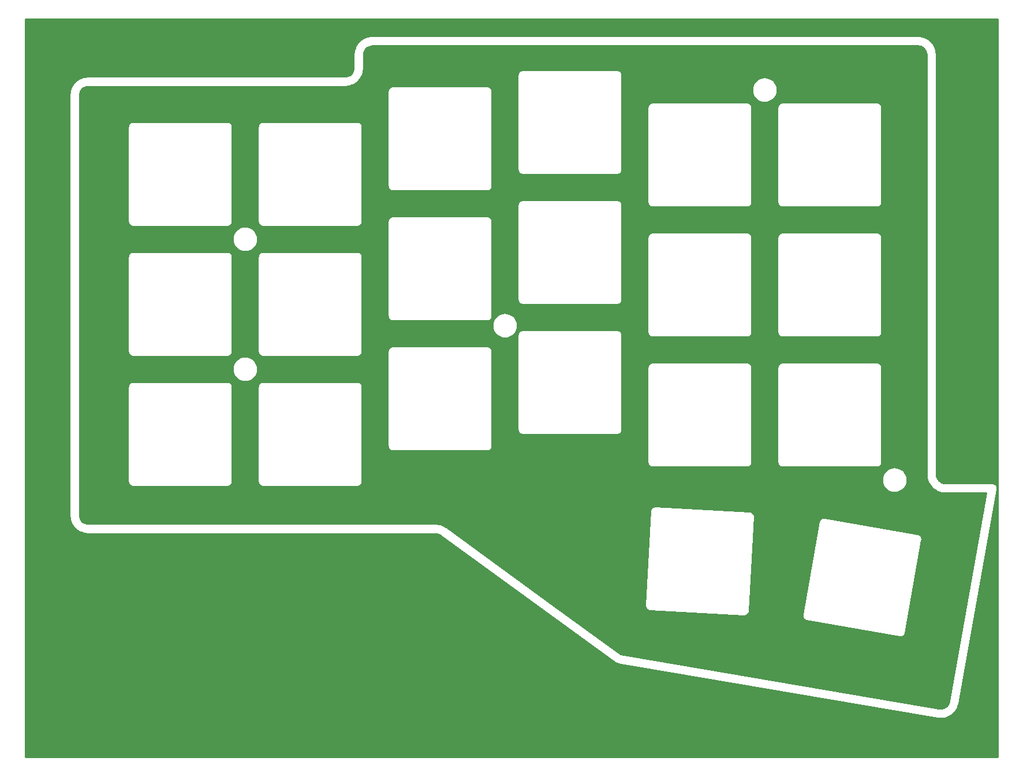
<source format=gbr>
G04 #@! TF.GenerationSoftware,KiCad,Pcbnew,(5.1.0)-1*
G04 #@! TF.CreationDate,2019-05-16T00:58:07+08:00*
G04 #@! TF.ProjectId,ShinkaiTopPlate,5368696e-6b61-4695-946f-70506c617465,rev?*
G04 #@! TF.SameCoordinates,Original*
G04 #@! TF.FileFunction,Copper,L1,Top*
G04 #@! TF.FilePolarity,Positive*
%FSLAX46Y46*%
G04 Gerber Fmt 4.6, Leading zero omitted, Abs format (unit mm)*
G04 Created by KiCad (PCBNEW (5.1.0)-1) date 2019-05-16 00:58:07*
%MOMM*%
%LPD*%
G04 APERTURE LIST*
%ADD10C,0.254000*%
G04 APERTURE END LIST*
D10*
G36*
X214186400Y-148701750D02*
G01*
X71564800Y-148701750D01*
X71564800Y-51726926D01*
X78040990Y-51726926D01*
X78040991Y-113333935D01*
X78044151Y-113366015D01*
X78044064Y-113378409D01*
X78045065Y-113388622D01*
X78085866Y-113776815D01*
X78099267Y-113842097D01*
X78111745Y-113907507D01*
X78114710Y-113917331D01*
X78230134Y-114290206D01*
X78255978Y-114351686D01*
X78280905Y-114413383D01*
X78285722Y-114422444D01*
X78471373Y-114765799D01*
X78508643Y-114821054D01*
X78545103Y-114876771D01*
X78551589Y-114884724D01*
X78800395Y-115185478D01*
X78847702Y-115232456D01*
X78894273Y-115280013D01*
X78902180Y-115286555D01*
X79204665Y-115533256D01*
X79260173Y-115570135D01*
X79315118Y-115607757D01*
X79324145Y-115612638D01*
X79668786Y-115795888D01*
X79730416Y-115821290D01*
X79791608Y-115847517D01*
X79801411Y-115850552D01*
X80175083Y-115963370D01*
X80240450Y-115976313D01*
X80305591Y-115990159D01*
X80315797Y-115991232D01*
X80704266Y-116029322D01*
X80704267Y-116029322D01*
X80739885Y-116032830D01*
X131684582Y-116032830D01*
X131965549Y-116060378D01*
X132201233Y-116131536D01*
X132443632Y-116260422D01*
X132470781Y-116279298D01*
X158122939Y-134931674D01*
X158171014Y-134968988D01*
X158213777Y-134990371D01*
X158255026Y-135014569D01*
X158278393Y-135022682D01*
X158300509Y-135033741D01*
X158346613Y-135046368D01*
X158391799Y-135062057D01*
X158452118Y-135070423D01*
X205364311Y-143082563D01*
X205399765Y-143085084D01*
X205399802Y-143085087D01*
X205788007Y-143112971D01*
X205854534Y-143111239D01*
X205921008Y-143110455D01*
X205931200Y-143109263D01*
X206318560Y-143061183D01*
X206383582Y-143046559D01*
X206448744Y-143032856D01*
X206458511Y-143029706D01*
X206829154Y-142907303D01*
X206890106Y-142880324D01*
X206951356Y-142854229D01*
X206960325Y-142849243D01*
X207300135Y-142657179D01*
X207354652Y-142618898D01*
X207409702Y-142581380D01*
X207417532Y-142574746D01*
X207713563Y-142320338D01*
X207759614Y-142272189D01*
X207806320Y-142224702D01*
X207812712Y-142216673D01*
X208053693Y-141909610D01*
X208089543Y-141853390D01*
X208126107Y-141797778D01*
X208130815Y-141788666D01*
X208130818Y-141788662D01*
X208130820Y-141788658D01*
X208307566Y-141440641D01*
X208331799Y-141378564D01*
X208356880Y-141316874D01*
X208359730Y-141307016D01*
X208465515Y-140931291D01*
X208465518Y-140931272D01*
X208475228Y-140896843D01*
X214078724Y-109516708D01*
X214087155Y-109488915D01*
X214091420Y-109445608D01*
X214092691Y-109438492D01*
X214094956Y-109409711D01*
X214101346Y-109344830D01*
X214100632Y-109337580D01*
X214101203Y-109330324D01*
X214093545Y-109265624D01*
X214087155Y-109200745D01*
X214085041Y-109193775D01*
X214084185Y-109186545D01*
X214064052Y-109124586D01*
X214045127Y-109062197D01*
X214041692Y-109055771D01*
X214039443Y-109048849D01*
X214007622Y-108992031D01*
X213976877Y-108934510D01*
X213972253Y-108928875D01*
X213968698Y-108922528D01*
X213926400Y-108873004D01*
X213885028Y-108822592D01*
X213879397Y-108817971D01*
X213874669Y-108812435D01*
X213823507Y-108772103D01*
X213773110Y-108730743D01*
X213766685Y-108727309D01*
X213760968Y-108722802D01*
X213702935Y-108693234D01*
X213645423Y-108662493D01*
X213638448Y-108660377D01*
X213631965Y-108657074D01*
X213569285Y-108639397D01*
X213506875Y-108620465D01*
X213499624Y-108619751D01*
X213492618Y-108617775D01*
X213427673Y-108612664D01*
X213398895Y-108609830D01*
X213391655Y-108609830D01*
X213348283Y-108606417D01*
X213319448Y-108609830D01*
X206489737Y-108609830D01*
X206208769Y-108582281D01*
X205973078Y-108511121D01*
X205755702Y-108395541D01*
X205564911Y-108239934D01*
X205407979Y-108050238D01*
X205290884Y-107833673D01*
X205218081Y-107598486D01*
X205188790Y-107319802D01*
X205188790Y-45773825D01*
X205185629Y-45741735D01*
X205185716Y-45729350D01*
X205184715Y-45719137D01*
X205143914Y-45330944D01*
X205130505Y-45265624D01*
X205118035Y-45200252D01*
X205115070Y-45190428D01*
X204999646Y-44817553D01*
X204973828Y-44756134D01*
X204948876Y-44694376D01*
X204944058Y-44685315D01*
X204758407Y-44341960D01*
X204721132Y-44286697D01*
X204684677Y-44230988D01*
X204678191Y-44223035D01*
X204429384Y-43922280D01*
X204382078Y-43875303D01*
X204335507Y-43827746D01*
X204327600Y-43821204D01*
X204025115Y-43574503D01*
X203969607Y-43537624D01*
X203914662Y-43500002D01*
X203905635Y-43495121D01*
X203560993Y-43311871D01*
X203499377Y-43286475D01*
X203438172Y-43260242D01*
X203428369Y-43257207D01*
X203054697Y-43144389D01*
X202989305Y-43131441D01*
X202924189Y-43117600D01*
X202913983Y-43116527D01*
X202525514Y-43078437D01*
X202525503Y-43078437D01*
X202489895Y-43074930D01*
X122411684Y-43074930D01*
X122379595Y-43078090D01*
X122367212Y-43078004D01*
X122356999Y-43079005D01*
X121968806Y-43119805D01*
X121903525Y-43133205D01*
X121838111Y-43145684D01*
X121828286Y-43148650D01*
X121455411Y-43264075D01*
X121393968Y-43289904D01*
X121332235Y-43314845D01*
X121323174Y-43319662D01*
X120979820Y-43505313D01*
X120924567Y-43542582D01*
X120868851Y-43579041D01*
X120860898Y-43585527D01*
X120560142Y-43834333D01*
X120513164Y-43881640D01*
X120465606Y-43928212D01*
X120459064Y-43936119D01*
X120212363Y-44238604D01*
X120175471Y-44294130D01*
X120137861Y-44349059D01*
X120132980Y-44358086D01*
X119949731Y-44702729D01*
X119924347Y-44764316D01*
X119898103Y-44825547D01*
X119895068Y-44835350D01*
X119782250Y-45209022D01*
X119769301Y-45274421D01*
X119755461Y-45339530D01*
X119754388Y-45349736D01*
X119716298Y-45738205D01*
X119712790Y-45773826D01*
X119712791Y-47727073D01*
X119685241Y-48008051D01*
X119614081Y-48243742D01*
X119498501Y-48461118D01*
X119342894Y-48651909D01*
X119153198Y-48808841D01*
X118936633Y-48925936D01*
X118701446Y-48998739D01*
X118422762Y-49028030D01*
X80739885Y-49028030D01*
X80707796Y-49031191D01*
X80695411Y-49031104D01*
X80685198Y-49032105D01*
X80297005Y-49072906D01*
X80231685Y-49086315D01*
X80166313Y-49098785D01*
X80156489Y-49101750D01*
X79783614Y-49217174D01*
X79722195Y-49242992D01*
X79660437Y-49267944D01*
X79651376Y-49272762D01*
X79308021Y-49458413D01*
X79252758Y-49495688D01*
X79197049Y-49532143D01*
X79189096Y-49538629D01*
X78888341Y-49787436D01*
X78841364Y-49834742D01*
X78793807Y-49881313D01*
X78787265Y-49889220D01*
X78540564Y-50191705D01*
X78503685Y-50247213D01*
X78466063Y-50302158D01*
X78461182Y-50311185D01*
X78277932Y-50655827D01*
X78252536Y-50717443D01*
X78226303Y-50778648D01*
X78223268Y-50788451D01*
X78110450Y-51162123D01*
X78097502Y-51227515D01*
X78083661Y-51292631D01*
X78082588Y-51302837D01*
X78044498Y-51691306D01*
X78040990Y-51726926D01*
X71564800Y-51726926D01*
X71564800Y-40608420D01*
X214186400Y-40608420D01*
X214186400Y-148701750D01*
X214186400Y-148701750D01*
G37*
X214186400Y-148701750D02*
X71564800Y-148701750D01*
X71564800Y-51726926D01*
X78040990Y-51726926D01*
X78040991Y-113333935D01*
X78044151Y-113366015D01*
X78044064Y-113378409D01*
X78045065Y-113388622D01*
X78085866Y-113776815D01*
X78099267Y-113842097D01*
X78111745Y-113907507D01*
X78114710Y-113917331D01*
X78230134Y-114290206D01*
X78255978Y-114351686D01*
X78280905Y-114413383D01*
X78285722Y-114422444D01*
X78471373Y-114765799D01*
X78508643Y-114821054D01*
X78545103Y-114876771D01*
X78551589Y-114884724D01*
X78800395Y-115185478D01*
X78847702Y-115232456D01*
X78894273Y-115280013D01*
X78902180Y-115286555D01*
X79204665Y-115533256D01*
X79260173Y-115570135D01*
X79315118Y-115607757D01*
X79324145Y-115612638D01*
X79668786Y-115795888D01*
X79730416Y-115821290D01*
X79791608Y-115847517D01*
X79801411Y-115850552D01*
X80175083Y-115963370D01*
X80240450Y-115976313D01*
X80305591Y-115990159D01*
X80315797Y-115991232D01*
X80704266Y-116029322D01*
X80704267Y-116029322D01*
X80739885Y-116032830D01*
X131684582Y-116032830D01*
X131965549Y-116060378D01*
X132201233Y-116131536D01*
X132443632Y-116260422D01*
X132470781Y-116279298D01*
X158122939Y-134931674D01*
X158171014Y-134968988D01*
X158213777Y-134990371D01*
X158255026Y-135014569D01*
X158278393Y-135022682D01*
X158300509Y-135033741D01*
X158346613Y-135046368D01*
X158391799Y-135062057D01*
X158452118Y-135070423D01*
X205364311Y-143082563D01*
X205399765Y-143085084D01*
X205399802Y-143085087D01*
X205788007Y-143112971D01*
X205854534Y-143111239D01*
X205921008Y-143110455D01*
X205931200Y-143109263D01*
X206318560Y-143061183D01*
X206383582Y-143046559D01*
X206448744Y-143032856D01*
X206458511Y-143029706D01*
X206829154Y-142907303D01*
X206890106Y-142880324D01*
X206951356Y-142854229D01*
X206960325Y-142849243D01*
X207300135Y-142657179D01*
X207354652Y-142618898D01*
X207409702Y-142581380D01*
X207417532Y-142574746D01*
X207713563Y-142320338D01*
X207759614Y-142272189D01*
X207806320Y-142224702D01*
X207812712Y-142216673D01*
X208053693Y-141909610D01*
X208089543Y-141853390D01*
X208126107Y-141797778D01*
X208130815Y-141788666D01*
X208130818Y-141788662D01*
X208130820Y-141788658D01*
X208307566Y-141440641D01*
X208331799Y-141378564D01*
X208356880Y-141316874D01*
X208359730Y-141307016D01*
X208465515Y-140931291D01*
X208465518Y-140931272D01*
X208475228Y-140896843D01*
X214078724Y-109516708D01*
X214087155Y-109488915D01*
X214091420Y-109445608D01*
X214092691Y-109438492D01*
X214094956Y-109409711D01*
X214101346Y-109344830D01*
X214100632Y-109337580D01*
X214101203Y-109330324D01*
X214093545Y-109265624D01*
X214087155Y-109200745D01*
X214085041Y-109193775D01*
X214084185Y-109186545D01*
X214064052Y-109124586D01*
X214045127Y-109062197D01*
X214041692Y-109055771D01*
X214039443Y-109048849D01*
X214007622Y-108992031D01*
X213976877Y-108934510D01*
X213972253Y-108928875D01*
X213968698Y-108922528D01*
X213926400Y-108873004D01*
X213885028Y-108822592D01*
X213879397Y-108817971D01*
X213874669Y-108812435D01*
X213823507Y-108772103D01*
X213773110Y-108730743D01*
X213766685Y-108727309D01*
X213760968Y-108722802D01*
X213702935Y-108693234D01*
X213645423Y-108662493D01*
X213638448Y-108660377D01*
X213631965Y-108657074D01*
X213569285Y-108639397D01*
X213506875Y-108620465D01*
X213499624Y-108619751D01*
X213492618Y-108617775D01*
X213427673Y-108612664D01*
X213398895Y-108609830D01*
X213391655Y-108609830D01*
X213348283Y-108606417D01*
X213319448Y-108609830D01*
X206489737Y-108609830D01*
X206208769Y-108582281D01*
X205973078Y-108511121D01*
X205755702Y-108395541D01*
X205564911Y-108239934D01*
X205407979Y-108050238D01*
X205290884Y-107833673D01*
X205218081Y-107598486D01*
X205188790Y-107319802D01*
X205188790Y-45773825D01*
X205185629Y-45741735D01*
X205185716Y-45729350D01*
X205184715Y-45719137D01*
X205143914Y-45330944D01*
X205130505Y-45265624D01*
X205118035Y-45200252D01*
X205115070Y-45190428D01*
X204999646Y-44817553D01*
X204973828Y-44756134D01*
X204948876Y-44694376D01*
X204944058Y-44685315D01*
X204758407Y-44341960D01*
X204721132Y-44286697D01*
X204684677Y-44230988D01*
X204678191Y-44223035D01*
X204429384Y-43922280D01*
X204382078Y-43875303D01*
X204335507Y-43827746D01*
X204327600Y-43821204D01*
X204025115Y-43574503D01*
X203969607Y-43537624D01*
X203914662Y-43500002D01*
X203905635Y-43495121D01*
X203560993Y-43311871D01*
X203499377Y-43286475D01*
X203438172Y-43260242D01*
X203428369Y-43257207D01*
X203054697Y-43144389D01*
X202989305Y-43131441D01*
X202924189Y-43117600D01*
X202913983Y-43116527D01*
X202525514Y-43078437D01*
X202525503Y-43078437D01*
X202489895Y-43074930D01*
X122411684Y-43074930D01*
X122379595Y-43078090D01*
X122367212Y-43078004D01*
X122356999Y-43079005D01*
X121968806Y-43119805D01*
X121903525Y-43133205D01*
X121838111Y-43145684D01*
X121828286Y-43148650D01*
X121455411Y-43264075D01*
X121393968Y-43289904D01*
X121332235Y-43314845D01*
X121323174Y-43319662D01*
X120979820Y-43505313D01*
X120924567Y-43542582D01*
X120868851Y-43579041D01*
X120860898Y-43585527D01*
X120560142Y-43834333D01*
X120513164Y-43881640D01*
X120465606Y-43928212D01*
X120459064Y-43936119D01*
X120212363Y-44238604D01*
X120175471Y-44294130D01*
X120137861Y-44349059D01*
X120132980Y-44358086D01*
X119949731Y-44702729D01*
X119924347Y-44764316D01*
X119898103Y-44825547D01*
X119895068Y-44835350D01*
X119782250Y-45209022D01*
X119769301Y-45274421D01*
X119755461Y-45339530D01*
X119754388Y-45349736D01*
X119716298Y-45738205D01*
X119712790Y-45773826D01*
X119712791Y-47727073D01*
X119685241Y-48008051D01*
X119614081Y-48243742D01*
X119498501Y-48461118D01*
X119342894Y-48651909D01*
X119153198Y-48808841D01*
X118936633Y-48925936D01*
X118701446Y-48998739D01*
X118422762Y-49028030D01*
X80739885Y-49028030D01*
X80707796Y-49031191D01*
X80695411Y-49031104D01*
X80685198Y-49032105D01*
X80297005Y-49072906D01*
X80231685Y-49086315D01*
X80166313Y-49098785D01*
X80156489Y-49101750D01*
X79783614Y-49217174D01*
X79722195Y-49242992D01*
X79660437Y-49267944D01*
X79651376Y-49272762D01*
X79308021Y-49458413D01*
X79252758Y-49495688D01*
X79197049Y-49532143D01*
X79189096Y-49538629D01*
X78888341Y-49787436D01*
X78841364Y-49834742D01*
X78793807Y-49881313D01*
X78787265Y-49889220D01*
X78540564Y-50191705D01*
X78503685Y-50247213D01*
X78466063Y-50302158D01*
X78461182Y-50311185D01*
X78277932Y-50655827D01*
X78252536Y-50717443D01*
X78226303Y-50778648D01*
X78223268Y-50788451D01*
X78110450Y-51162123D01*
X78097502Y-51227515D01*
X78083661Y-51292631D01*
X78082588Y-51302837D01*
X78044498Y-51691306D01*
X78040990Y-51726926D01*
X71564800Y-51726926D01*
X71564800Y-40608420D01*
X214186400Y-40608420D01*
X214186400Y-148701750D01*
G36*
X202698811Y-44572478D02*
G01*
X202934502Y-44643637D01*
X203151879Y-44759220D01*
X203342669Y-44914824D01*
X203499601Y-45104522D01*
X203616696Y-45321086D01*
X203689499Y-45556273D01*
X203718790Y-45834957D01*
X203718791Y-107380935D01*
X203721951Y-107413015D01*
X203721864Y-107425409D01*
X203722865Y-107435622D01*
X203763666Y-107823815D01*
X203777067Y-107889097D01*
X203789545Y-107954507D01*
X203792510Y-107964331D01*
X203907934Y-108337206D01*
X203933778Y-108398686D01*
X203958705Y-108460383D01*
X203963522Y-108469444D01*
X204149173Y-108812799D01*
X204186443Y-108868054D01*
X204222903Y-108923771D01*
X204229389Y-108931724D01*
X204478195Y-109232478D01*
X204525502Y-109279456D01*
X204572073Y-109327013D01*
X204579980Y-109333555D01*
X204882465Y-109580256D01*
X204937973Y-109617135D01*
X204992918Y-109654757D01*
X205001945Y-109659638D01*
X205346586Y-109842888D01*
X205408216Y-109868290D01*
X205469408Y-109894517D01*
X205479211Y-109897552D01*
X205852883Y-110010370D01*
X205918250Y-110023313D01*
X205983391Y-110037159D01*
X205993597Y-110038232D01*
X206382066Y-110076322D01*
X206382067Y-110076322D01*
X206417685Y-110079830D01*
X212484916Y-110079830D01*
X207040785Y-140567510D01*
X206964275Y-140839258D01*
X206852793Y-141058769D01*
X206700801Y-141252441D01*
X206514080Y-141412907D01*
X206299746Y-141534051D01*
X206065971Y-141611254D01*
X205821542Y-141641593D01*
X205540873Y-141621433D01*
X158857691Y-133648407D01*
X149094309Y-126549189D01*
X162463394Y-126549189D01*
X162465055Y-126585433D01*
X162465055Y-126585438D01*
X162467133Y-126630771D01*
X162470023Y-126693818D01*
X162470024Y-126693821D01*
X162470024Y-126693826D01*
X162483611Y-126748831D01*
X162504741Y-126834377D01*
X162566214Y-126965461D01*
X162640491Y-127066301D01*
X162652083Y-127082039D01*
X162703224Y-127128696D01*
X162759035Y-127179615D01*
X162759040Y-127179618D01*
X162759041Y-127179619D01*
X162882981Y-127254459D01*
X162988547Y-127292621D01*
X163019133Y-127303678D01*
X163019136Y-127303678D01*
X163019140Y-127303680D01*
X163082459Y-127313284D01*
X163126408Y-127319951D01*
X163126415Y-127319951D01*
X163162284Y-127325392D01*
X163198520Y-127323731D01*
X176957262Y-128044932D01*
X176993129Y-128050373D01*
X177011565Y-128049528D01*
X185530382Y-128049528D01*
X185530384Y-128049547D01*
X185530383Y-128049564D01*
X185538657Y-128118160D01*
X185547713Y-128193269D01*
X185547719Y-128193287D01*
X185547721Y-128193305D01*
X185572135Y-128267879D01*
X185592754Y-128330868D01*
X185592762Y-128330882D01*
X185592768Y-128330901D01*
X185630171Y-128397341D01*
X185663773Y-128457035D01*
X185663785Y-128457049D01*
X185663794Y-128457065D01*
X185711854Y-128513083D01*
X185758041Y-128566923D01*
X185758055Y-128566934D01*
X185758067Y-128566948D01*
X185815335Y-128611887D01*
X185871937Y-128656309D01*
X185871953Y-128656317D01*
X185871967Y-128656328D01*
X185933051Y-128687280D01*
X186001082Y-128721757D01*
X186001101Y-128721762D01*
X186001116Y-128721770D01*
X186075928Y-128742689D01*
X186140514Y-128760752D01*
X186176701Y-128763521D01*
X199745630Y-131155400D01*
X199780559Y-131165168D01*
X199816740Y-131167935D01*
X199816750Y-131167937D01*
X199861010Y-131171321D01*
X199924918Y-131176209D01*
X199924925Y-131176208D01*
X199924937Y-131176209D01*
X200004863Y-131166568D01*
X200068659Y-131158875D01*
X200068668Y-131158872D01*
X200068677Y-131158871D01*
X200146937Y-131133250D01*
X200206257Y-131113831D01*
X200206263Y-131113828D01*
X200206274Y-131113824D01*
X200269525Y-131078216D01*
X200332422Y-131042809D01*
X200332431Y-131042802D01*
X200332437Y-131042798D01*
X200387692Y-130995393D01*
X200442308Y-130948538D01*
X200442312Y-130948532D01*
X200442321Y-130948525D01*
X200489028Y-130889005D01*
X200531691Y-130834641D01*
X200531696Y-130834632D01*
X200531701Y-130834625D01*
X200562551Y-130773742D01*
X200597136Y-130705494D01*
X200597139Y-130705485D01*
X200597143Y-130705476D01*
X200619420Y-130625807D01*
X200626357Y-130601000D01*
X200626358Y-130600994D01*
X200636131Y-130566043D01*
X200638896Y-130529876D01*
X203030942Y-116962040D01*
X203040713Y-116927105D01*
X203051757Y-116782745D01*
X203051756Y-116782738D01*
X203051757Y-116782728D01*
X203042874Y-116709071D01*
X203034426Y-116639004D01*
X203034423Y-116638995D01*
X203034422Y-116638987D01*
X203015139Y-116580081D01*
X202989386Y-116501405D01*
X202989381Y-116501396D01*
X202989379Y-116501390D01*
X202966911Y-116461478D01*
X202918367Y-116375238D01*
X202918358Y-116375227D01*
X202918356Y-116375224D01*
X202897536Y-116350955D01*
X202824098Y-116265350D01*
X202824087Y-116265341D01*
X202824085Y-116265339D01*
X202798636Y-116245368D01*
X202710203Y-116175965D01*
X202710193Y-116175960D01*
X202710188Y-116175956D01*
X202674171Y-116157705D01*
X202581058Y-116110516D01*
X202581042Y-116110512D01*
X202581041Y-116110511D01*
X202557877Y-116104033D01*
X202476565Y-116081292D01*
X202476547Y-116081289D01*
X202441608Y-116071518D01*
X202405450Y-116068753D01*
X188836974Y-113676266D01*
X188802038Y-113666495D01*
X188765867Y-113663728D01*
X188765864Y-113663727D01*
X188657679Y-113655450D01*
X188657678Y-113655450D01*
X188513937Y-113672781D01*
X188376338Y-113717821D01*
X188250171Y-113788841D01*
X188140283Y-113883109D01*
X188050898Y-113997004D01*
X187985449Y-114126150D01*
X187956225Y-114230642D01*
X187956222Y-114230658D01*
X187946455Y-114265582D01*
X187943689Y-114301740D01*
X185551194Y-127870252D01*
X185541421Y-127905204D01*
X185537014Y-127962845D01*
X185530382Y-128049528D01*
X177011565Y-128049528D01*
X177029370Y-128048712D01*
X177029371Y-128048712D01*
X177137760Y-128043744D01*
X177278318Y-128009026D01*
X177376794Y-127962845D01*
X177409401Y-127947554D01*
X177525974Y-127861689D01*
X177623555Y-127754733D01*
X177698396Y-127630794D01*
X177747619Y-127494636D01*
X177763892Y-127387360D01*
X177763892Y-127387358D01*
X177769333Y-127351490D01*
X177767672Y-127315250D01*
X178488912Y-113556202D01*
X178494352Y-113520334D01*
X178489931Y-113423894D01*
X178487723Y-113375714D01*
X178487722Y-113375711D01*
X178487722Y-113375704D01*
X178456923Y-113251020D01*
X178453005Y-113235156D01*
X178453003Y-113235152D01*
X178453002Y-113235147D01*
X178405778Y-113134448D01*
X178391533Y-113104071D01*
X178391530Y-113104066D01*
X178391528Y-113104063D01*
X178305663Y-112987491D01*
X178198705Y-112889911D01*
X178074765Y-112815071D01*
X177938606Y-112765850D01*
X177831331Y-112749579D01*
X177831323Y-112749579D01*
X177795470Y-112744140D01*
X177759237Y-112745801D01*
X164000308Y-112024727D01*
X163964443Y-112019287D01*
X163928205Y-112020948D01*
X163928201Y-112020948D01*
X163831993Y-112025359D01*
X163819812Y-112025917D01*
X163679255Y-112060637D01*
X163548171Y-112122111D01*
X163431599Y-112207976D01*
X163334019Y-112314934D01*
X163259179Y-112438874D01*
X163209958Y-112575033D01*
X163193687Y-112682308D01*
X163193687Y-112682315D01*
X163188247Y-112718178D01*
X163189908Y-112754414D01*
X162468834Y-126513326D01*
X162463394Y-126549189D01*
X149094309Y-126549189D01*
X133299764Y-115064550D01*
X133293055Y-115060615D01*
X133246894Y-115028519D01*
X133213225Y-115009694D01*
X133181397Y-114987901D01*
X133172370Y-114983020D01*
X132827728Y-114799771D01*
X132766081Y-114774362D01*
X132704910Y-114748144D01*
X132695107Y-114745109D01*
X132695109Y-114745109D01*
X132695101Y-114745107D01*
X132321435Y-114632290D01*
X132256060Y-114619345D01*
X132190923Y-114605500D01*
X132180723Y-114604428D01*
X132180720Y-114604427D01*
X132180717Y-114604427D01*
X131792619Y-114566374D01*
X131756632Y-114562830D01*
X80811937Y-114562830D01*
X80530969Y-114535281D01*
X80295278Y-114464121D01*
X80077902Y-114348541D01*
X79887111Y-114192934D01*
X79730179Y-114003238D01*
X79613084Y-113786673D01*
X79540281Y-113551486D01*
X79510990Y-113272802D01*
X79510990Y-94515830D01*
X86615234Y-94515830D01*
X86618790Y-94551935D01*
X86618791Y-108329715D01*
X86615234Y-108365830D01*
X86629425Y-108509915D01*
X86671453Y-108648463D01*
X86739703Y-108776150D01*
X86831552Y-108888068D01*
X86943470Y-108979917D01*
X87071157Y-109048167D01*
X87209705Y-109090195D01*
X87317685Y-109100830D01*
X87353790Y-109104386D01*
X87389895Y-109100830D01*
X101167685Y-109100830D01*
X101203790Y-109104386D01*
X101239895Y-109100830D01*
X101347875Y-109090195D01*
X101486423Y-109048167D01*
X101614110Y-108979917D01*
X101726028Y-108888068D01*
X101817877Y-108776150D01*
X101886127Y-108648463D01*
X101928155Y-108509915D01*
X101942346Y-108365830D01*
X101938790Y-108329725D01*
X101938790Y-94551935D01*
X101942346Y-94515830D01*
X105665234Y-94515830D01*
X105668790Y-94551935D01*
X105668791Y-108329715D01*
X105665234Y-108365830D01*
X105679425Y-108509915D01*
X105721453Y-108648463D01*
X105789703Y-108776150D01*
X105881552Y-108888068D01*
X105993470Y-108979917D01*
X106121157Y-109048167D01*
X106259705Y-109090195D01*
X106367685Y-109100830D01*
X106403790Y-109104386D01*
X106439895Y-109100830D01*
X120217685Y-109100830D01*
X120253790Y-109104386D01*
X120289895Y-109100830D01*
X120397875Y-109090195D01*
X120536423Y-109048167D01*
X120664110Y-108979917D01*
X120776028Y-108888068D01*
X120867877Y-108776150D01*
X120936127Y-108648463D01*
X120978155Y-108509915D01*
X120992346Y-108365830D01*
X120988790Y-108329725D01*
X120988790Y-108155162D01*
X197199311Y-108155162D01*
X197239666Y-108514938D01*
X197349134Y-108860024D01*
X197523544Y-109177276D01*
X197756255Y-109454609D01*
X198038400Y-109681460D01*
X198359235Y-109849188D01*
X198706538Y-109951405D01*
X199067080Y-109984217D01*
X199427130Y-109946374D01*
X199772971Y-109839318D01*
X200091433Y-109667127D01*
X200370384Y-109436358D01*
X200599199Y-109155803D01*
X200769163Y-108836148D01*
X200873802Y-108489567D01*
X200909130Y-108129262D01*
X200908407Y-108077467D01*
X200863032Y-107718290D01*
X200748757Y-107374766D01*
X200569934Y-107059980D01*
X200333374Y-106785923D01*
X200048089Y-106563034D01*
X199724944Y-106399801D01*
X199376247Y-106302444D01*
X199015282Y-106274669D01*
X198655796Y-106317535D01*
X198311483Y-106429409D01*
X197995456Y-106606030D01*
X197719755Y-106840671D01*
X197494879Y-107124393D01*
X197329395Y-107446391D01*
X197229605Y-107794399D01*
X197199311Y-108155162D01*
X120988790Y-108155162D01*
X120988790Y-94551935D01*
X120992346Y-94515830D01*
X120978155Y-94371745D01*
X120936127Y-94233197D01*
X120867877Y-94105510D01*
X120776028Y-93993592D01*
X120664110Y-93901743D01*
X120536423Y-93833493D01*
X120397875Y-93791465D01*
X120289895Y-93780830D01*
X120253790Y-93777274D01*
X120217685Y-93780830D01*
X106439895Y-93780830D01*
X106403790Y-93777274D01*
X106367685Y-93780830D01*
X106259705Y-93791465D01*
X106121157Y-93833493D01*
X105993470Y-93901743D01*
X105881552Y-93993592D01*
X105789703Y-94105510D01*
X105721453Y-94233197D01*
X105679425Y-94371745D01*
X105665234Y-94515830D01*
X101942346Y-94515830D01*
X101928155Y-94371745D01*
X101886127Y-94233197D01*
X101817877Y-94105510D01*
X101726028Y-93993592D01*
X101614110Y-93901743D01*
X101486423Y-93833493D01*
X101347875Y-93791465D01*
X101239895Y-93780830D01*
X101203790Y-93777274D01*
X101167685Y-93780830D01*
X87389895Y-93780830D01*
X87353790Y-93777274D01*
X87317685Y-93780830D01*
X87209705Y-93791465D01*
X87071157Y-93833493D01*
X86943470Y-93901743D01*
X86831552Y-93993592D01*
X86739703Y-94105510D01*
X86671453Y-94233197D01*
X86629425Y-94371745D01*
X86615234Y-94515830D01*
X79510990Y-94515830D01*
X79510990Y-91917059D01*
X101949510Y-91917059D01*
X101989865Y-92276835D01*
X102099333Y-92621921D01*
X102273743Y-92939173D01*
X102506454Y-93216506D01*
X102788599Y-93443357D01*
X103109434Y-93611085D01*
X103456737Y-93713302D01*
X103817279Y-93746114D01*
X104177329Y-93708271D01*
X104523170Y-93601215D01*
X104841632Y-93429024D01*
X105120583Y-93198255D01*
X105349398Y-92917700D01*
X105519362Y-92598045D01*
X105624001Y-92251464D01*
X105659329Y-91891159D01*
X105658606Y-91839364D01*
X105613231Y-91480187D01*
X105498956Y-91136663D01*
X105320133Y-90821877D01*
X105083573Y-90547820D01*
X104798288Y-90324931D01*
X104475143Y-90161698D01*
X104126446Y-90064341D01*
X103765481Y-90036566D01*
X103405995Y-90079432D01*
X103061682Y-90191306D01*
X102745655Y-90367927D01*
X102469954Y-90602568D01*
X102245078Y-90886290D01*
X102079594Y-91208288D01*
X101979804Y-91556296D01*
X101949510Y-91917059D01*
X79510990Y-91917059D01*
X79510990Y-75465830D01*
X86615234Y-75465830D01*
X86618790Y-75501935D01*
X86618791Y-89279715D01*
X86615234Y-89315830D01*
X86629425Y-89459915D01*
X86671453Y-89598463D01*
X86739703Y-89726150D01*
X86831552Y-89838068D01*
X86943470Y-89929917D01*
X87071157Y-89998167D01*
X87209705Y-90040195D01*
X87317685Y-90050830D01*
X87353790Y-90054386D01*
X87389895Y-90050830D01*
X101167685Y-90050830D01*
X101203790Y-90054386D01*
X101239895Y-90050830D01*
X101347875Y-90040195D01*
X101486423Y-89998167D01*
X101614110Y-89929917D01*
X101726028Y-89838068D01*
X101817877Y-89726150D01*
X101886127Y-89598463D01*
X101928155Y-89459915D01*
X101942346Y-89315830D01*
X101938790Y-89279725D01*
X101938790Y-75501935D01*
X101942346Y-75465830D01*
X105665234Y-75465830D01*
X105668790Y-75501935D01*
X105668791Y-89279715D01*
X105665234Y-89315830D01*
X105679425Y-89459915D01*
X105721453Y-89598463D01*
X105789703Y-89726150D01*
X105881552Y-89838068D01*
X105993470Y-89929917D01*
X106121157Y-89998167D01*
X106259705Y-90040195D01*
X106367685Y-90050830D01*
X106403790Y-90054386D01*
X106439895Y-90050830D01*
X120217685Y-90050830D01*
X120253790Y-90054386D01*
X120289895Y-90050830D01*
X120397875Y-90040195D01*
X120536423Y-89998167D01*
X120664110Y-89929917D01*
X120776028Y-89838068D01*
X120867877Y-89726150D01*
X120936127Y-89598463D01*
X120978155Y-89459915D01*
X120992346Y-89315830D01*
X120990475Y-89296830D01*
X124715234Y-89296830D01*
X124718790Y-89332935D01*
X124718791Y-103110715D01*
X124715234Y-103146830D01*
X124729425Y-103290915D01*
X124771453Y-103429463D01*
X124839703Y-103557150D01*
X124931552Y-103669068D01*
X125043470Y-103760917D01*
X125171157Y-103829167D01*
X125309705Y-103871195D01*
X125417685Y-103881830D01*
X125453790Y-103885386D01*
X125489895Y-103881830D01*
X139267685Y-103881830D01*
X139303790Y-103885386D01*
X139339895Y-103881830D01*
X139447875Y-103871195D01*
X139586423Y-103829167D01*
X139714110Y-103760917D01*
X139826028Y-103669068D01*
X139917877Y-103557150D01*
X139986127Y-103429463D01*
X140028155Y-103290915D01*
X140042346Y-103146830D01*
X140038790Y-103110725D01*
X140038790Y-89332935D01*
X140042346Y-89296830D01*
X140028155Y-89152745D01*
X139986127Y-89014197D01*
X139917877Y-88886510D01*
X139826028Y-88774592D01*
X139714110Y-88682743D01*
X139586423Y-88614493D01*
X139447875Y-88572465D01*
X139339895Y-88561830D01*
X139303790Y-88558274D01*
X139267685Y-88561830D01*
X125489895Y-88561830D01*
X125453790Y-88558274D01*
X125417685Y-88561830D01*
X125309705Y-88572465D01*
X125171157Y-88614493D01*
X125043470Y-88682743D01*
X124931552Y-88774592D01*
X124839703Y-88886510D01*
X124771453Y-89014197D01*
X124729425Y-89152745D01*
X124715234Y-89296830D01*
X120990475Y-89296830D01*
X120988790Y-89279725D01*
X120988790Y-85532827D01*
X140049252Y-85532827D01*
X140089607Y-85892603D01*
X140199075Y-86237689D01*
X140373485Y-86554941D01*
X140606196Y-86832274D01*
X140888341Y-87059125D01*
X141209176Y-87226853D01*
X141556479Y-87329070D01*
X141917021Y-87361882D01*
X142277071Y-87324039D01*
X142622912Y-87216983D01*
X142941374Y-87044792D01*
X143097261Y-86915830D01*
X143765234Y-86915830D01*
X143768790Y-86951935D01*
X143768791Y-100729715D01*
X143765234Y-100765830D01*
X143779425Y-100909915D01*
X143821453Y-101048463D01*
X143889703Y-101176150D01*
X143981552Y-101288068D01*
X144093470Y-101379917D01*
X144221157Y-101448167D01*
X144359705Y-101490195D01*
X144467685Y-101500830D01*
X144503790Y-101504386D01*
X144539895Y-101500830D01*
X158317685Y-101500830D01*
X158353790Y-101504386D01*
X158389895Y-101500830D01*
X158497875Y-101490195D01*
X158636423Y-101448167D01*
X158764110Y-101379917D01*
X158876028Y-101288068D01*
X158967877Y-101176150D01*
X159036127Y-101048463D01*
X159078155Y-100909915D01*
X159092346Y-100765830D01*
X159088790Y-100729725D01*
X159088790Y-91677830D01*
X162815234Y-91677830D01*
X162818790Y-91713935D01*
X162818791Y-105491715D01*
X162815234Y-105527830D01*
X162829425Y-105671915D01*
X162871453Y-105810463D01*
X162939703Y-105938150D01*
X163031552Y-106050068D01*
X163143470Y-106141917D01*
X163271157Y-106210167D01*
X163409705Y-106252195D01*
X163517685Y-106262830D01*
X163553790Y-106266386D01*
X163589895Y-106262830D01*
X177367685Y-106262830D01*
X177403790Y-106266386D01*
X177439895Y-106262830D01*
X177547875Y-106252195D01*
X177686423Y-106210167D01*
X177814110Y-106141917D01*
X177926028Y-106050068D01*
X178017877Y-105938150D01*
X178086127Y-105810463D01*
X178128155Y-105671915D01*
X178142346Y-105527830D01*
X178138790Y-105491725D01*
X178138790Y-91713935D01*
X178142346Y-91677830D01*
X181865234Y-91677830D01*
X181868790Y-91713935D01*
X181868791Y-105491715D01*
X181865234Y-105527830D01*
X181879425Y-105671915D01*
X181921453Y-105810463D01*
X181989703Y-105938150D01*
X182081552Y-106050068D01*
X182193470Y-106141917D01*
X182321157Y-106210167D01*
X182459705Y-106252195D01*
X182567685Y-106262830D01*
X182603790Y-106266386D01*
X182639895Y-106262830D01*
X196417685Y-106262830D01*
X196453790Y-106266386D01*
X196489895Y-106262830D01*
X196597875Y-106252195D01*
X196736423Y-106210167D01*
X196864110Y-106141917D01*
X196976028Y-106050068D01*
X197067877Y-105938150D01*
X197136127Y-105810463D01*
X197178155Y-105671915D01*
X197192346Y-105527830D01*
X197188790Y-105491725D01*
X197188790Y-91713935D01*
X197192346Y-91677830D01*
X197178155Y-91533745D01*
X197136127Y-91395197D01*
X197067877Y-91267510D01*
X196976028Y-91155592D01*
X196864110Y-91063743D01*
X196736423Y-90995493D01*
X196597875Y-90953465D01*
X196489895Y-90942830D01*
X196453790Y-90939274D01*
X196417685Y-90942830D01*
X182639895Y-90942830D01*
X182603790Y-90939274D01*
X182567685Y-90942830D01*
X182459705Y-90953465D01*
X182321157Y-90995493D01*
X182193470Y-91063743D01*
X182081552Y-91155592D01*
X181989703Y-91267510D01*
X181921453Y-91395197D01*
X181879425Y-91533745D01*
X181865234Y-91677830D01*
X178142346Y-91677830D01*
X178128155Y-91533745D01*
X178086127Y-91395197D01*
X178017877Y-91267510D01*
X177926028Y-91155592D01*
X177814110Y-91063743D01*
X177686423Y-90995493D01*
X177547875Y-90953465D01*
X177439895Y-90942830D01*
X177403790Y-90939274D01*
X177367685Y-90942830D01*
X163589895Y-90942830D01*
X163553790Y-90939274D01*
X163517685Y-90942830D01*
X163409705Y-90953465D01*
X163271157Y-90995493D01*
X163143470Y-91063743D01*
X163031552Y-91155592D01*
X162939703Y-91267510D01*
X162871453Y-91395197D01*
X162829425Y-91533745D01*
X162815234Y-91677830D01*
X159088790Y-91677830D01*
X159088790Y-86951935D01*
X159092346Y-86915830D01*
X159078155Y-86771745D01*
X159036127Y-86633197D01*
X158967877Y-86505510D01*
X158876028Y-86393592D01*
X158764110Y-86301743D01*
X158636423Y-86233493D01*
X158497875Y-86191465D01*
X158389895Y-86180830D01*
X158353790Y-86177274D01*
X158317685Y-86180830D01*
X144539895Y-86180830D01*
X144503790Y-86177274D01*
X144467685Y-86180830D01*
X144359705Y-86191465D01*
X144221157Y-86233493D01*
X144093470Y-86301743D01*
X143981552Y-86393592D01*
X143889703Y-86505510D01*
X143821453Y-86633197D01*
X143779425Y-86771745D01*
X143765234Y-86915830D01*
X143097261Y-86915830D01*
X143220325Y-86814023D01*
X143449140Y-86533468D01*
X143619104Y-86213813D01*
X143723743Y-85867232D01*
X143759071Y-85506927D01*
X143758348Y-85455132D01*
X143712973Y-85095955D01*
X143598698Y-84752431D01*
X143419875Y-84437645D01*
X143183315Y-84163588D01*
X142898030Y-83940699D01*
X142574885Y-83777466D01*
X142226188Y-83680109D01*
X141865223Y-83652334D01*
X141505737Y-83695200D01*
X141161424Y-83807074D01*
X140845397Y-83983695D01*
X140569696Y-84218336D01*
X140344820Y-84502058D01*
X140179336Y-84824056D01*
X140079546Y-85172064D01*
X140049252Y-85532827D01*
X120988790Y-85532827D01*
X120988790Y-75501935D01*
X120992346Y-75465830D01*
X120978155Y-75321745D01*
X120936127Y-75183197D01*
X120867877Y-75055510D01*
X120776028Y-74943592D01*
X120664110Y-74851743D01*
X120536423Y-74783493D01*
X120397875Y-74741465D01*
X120289895Y-74730830D01*
X120253790Y-74727274D01*
X120217685Y-74730830D01*
X106439895Y-74730830D01*
X106403790Y-74727274D01*
X106367685Y-74730830D01*
X106259705Y-74741465D01*
X106121157Y-74783493D01*
X105993470Y-74851743D01*
X105881552Y-74943592D01*
X105789703Y-75055510D01*
X105721453Y-75183197D01*
X105679425Y-75321745D01*
X105665234Y-75465830D01*
X101942346Y-75465830D01*
X101928155Y-75321745D01*
X101886127Y-75183197D01*
X101817877Y-75055510D01*
X101726028Y-74943592D01*
X101614110Y-74851743D01*
X101486423Y-74783493D01*
X101347875Y-74741465D01*
X101239895Y-74730830D01*
X101203790Y-74727274D01*
X101167685Y-74730830D01*
X87389895Y-74730830D01*
X87353790Y-74727274D01*
X87317685Y-74730830D01*
X87209705Y-74741465D01*
X87071157Y-74783493D01*
X86943470Y-74851743D01*
X86831552Y-74943592D01*
X86739703Y-75055510D01*
X86671453Y-75183197D01*
X86629425Y-75321745D01*
X86615234Y-75465830D01*
X79510990Y-75465830D01*
X79510990Y-72866815D01*
X101948960Y-72866815D01*
X101989315Y-73226591D01*
X102098783Y-73571677D01*
X102273193Y-73888929D01*
X102505904Y-74166262D01*
X102788049Y-74393113D01*
X103108884Y-74560841D01*
X103456187Y-74663058D01*
X103816729Y-74695870D01*
X104176779Y-74658027D01*
X104522620Y-74550971D01*
X104841082Y-74378780D01*
X105120033Y-74148011D01*
X105348848Y-73867456D01*
X105518812Y-73547801D01*
X105623451Y-73201220D01*
X105658779Y-72840915D01*
X105658056Y-72789120D01*
X105612681Y-72429943D01*
X105498406Y-72086419D01*
X105319583Y-71771633D01*
X105083023Y-71497576D01*
X104797738Y-71274687D01*
X104474593Y-71111454D01*
X104125896Y-71014097D01*
X103764931Y-70986322D01*
X103405445Y-71029188D01*
X103061132Y-71141062D01*
X102745105Y-71317683D01*
X102469404Y-71552324D01*
X102244528Y-71836046D01*
X102079044Y-72158044D01*
X101979254Y-72506052D01*
X101948960Y-72866815D01*
X79510990Y-72866815D01*
X79510990Y-56415830D01*
X86615234Y-56415830D01*
X86618790Y-56451935D01*
X86618791Y-70229715D01*
X86615234Y-70265830D01*
X86629425Y-70409915D01*
X86671453Y-70548463D01*
X86739703Y-70676150D01*
X86831552Y-70788068D01*
X86943470Y-70879917D01*
X87071157Y-70948167D01*
X87209705Y-70990195D01*
X87317685Y-71000830D01*
X87353790Y-71004386D01*
X87389895Y-71000830D01*
X101167685Y-71000830D01*
X101203790Y-71004386D01*
X101239895Y-71000830D01*
X101347875Y-70990195D01*
X101486423Y-70948167D01*
X101614110Y-70879917D01*
X101726028Y-70788068D01*
X101817877Y-70676150D01*
X101886127Y-70548463D01*
X101928155Y-70409915D01*
X101942346Y-70265830D01*
X101938790Y-70229725D01*
X101938790Y-56451935D01*
X101942346Y-56415830D01*
X105665234Y-56415830D01*
X105668790Y-56451935D01*
X105668791Y-70229715D01*
X105665234Y-70265830D01*
X105679425Y-70409915D01*
X105721453Y-70548463D01*
X105789703Y-70676150D01*
X105881552Y-70788068D01*
X105993470Y-70879917D01*
X106121157Y-70948167D01*
X106259705Y-70990195D01*
X106367685Y-71000830D01*
X106403790Y-71004386D01*
X106439895Y-71000830D01*
X120217685Y-71000830D01*
X120253790Y-71004386D01*
X120289895Y-71000830D01*
X120397875Y-70990195D01*
X120536423Y-70948167D01*
X120664110Y-70879917D01*
X120776028Y-70788068D01*
X120867877Y-70676150D01*
X120936127Y-70548463D01*
X120978155Y-70409915D01*
X120992346Y-70265830D01*
X120990475Y-70246830D01*
X124715234Y-70246830D01*
X124718790Y-70282935D01*
X124718791Y-84060715D01*
X124715234Y-84096830D01*
X124729425Y-84240915D01*
X124771453Y-84379463D01*
X124839703Y-84507150D01*
X124931552Y-84619068D01*
X125043470Y-84710917D01*
X125171157Y-84779167D01*
X125309705Y-84821195D01*
X125417685Y-84831830D01*
X125453790Y-84835386D01*
X125489895Y-84831830D01*
X139267685Y-84831830D01*
X139303790Y-84835386D01*
X139339895Y-84831830D01*
X139447875Y-84821195D01*
X139586423Y-84779167D01*
X139714110Y-84710917D01*
X139826028Y-84619068D01*
X139917877Y-84507150D01*
X139986127Y-84379463D01*
X140028155Y-84240915D01*
X140042346Y-84096830D01*
X140038790Y-84060725D01*
X140038790Y-70282935D01*
X140042346Y-70246830D01*
X140028155Y-70102745D01*
X139986127Y-69964197D01*
X139917877Y-69836510D01*
X139826028Y-69724592D01*
X139714110Y-69632743D01*
X139586423Y-69564493D01*
X139447875Y-69522465D01*
X139339895Y-69511830D01*
X139303790Y-69508274D01*
X139267685Y-69511830D01*
X125489895Y-69511830D01*
X125453790Y-69508274D01*
X125417685Y-69511830D01*
X125309705Y-69522465D01*
X125171157Y-69564493D01*
X125043470Y-69632743D01*
X124931552Y-69724592D01*
X124839703Y-69836510D01*
X124771453Y-69964197D01*
X124729425Y-70102745D01*
X124715234Y-70246830D01*
X120990475Y-70246830D01*
X120988790Y-70229725D01*
X120988790Y-67865830D01*
X143765234Y-67865830D01*
X143768790Y-67901935D01*
X143768791Y-81679715D01*
X143765234Y-81715830D01*
X143779425Y-81859915D01*
X143821453Y-81998463D01*
X143889703Y-82126150D01*
X143981552Y-82238068D01*
X144093470Y-82329917D01*
X144221157Y-82398167D01*
X144359705Y-82440195D01*
X144467685Y-82450830D01*
X144503790Y-82454386D01*
X144539895Y-82450830D01*
X158317685Y-82450830D01*
X158353790Y-82454386D01*
X158389895Y-82450830D01*
X158497875Y-82440195D01*
X158636423Y-82398167D01*
X158764110Y-82329917D01*
X158876028Y-82238068D01*
X158967877Y-82126150D01*
X159036127Y-81998463D01*
X159078155Y-81859915D01*
X159092346Y-81715830D01*
X159088790Y-81679725D01*
X159088790Y-72627830D01*
X162815234Y-72627830D01*
X162818790Y-72663935D01*
X162818791Y-86441715D01*
X162815234Y-86477830D01*
X162829425Y-86621915D01*
X162871453Y-86760463D01*
X162939703Y-86888150D01*
X163031552Y-87000068D01*
X163143470Y-87091917D01*
X163271157Y-87160167D01*
X163409705Y-87202195D01*
X163517685Y-87212830D01*
X163553790Y-87216386D01*
X163589895Y-87212830D01*
X177367685Y-87212830D01*
X177403790Y-87216386D01*
X177439895Y-87212830D01*
X177547875Y-87202195D01*
X177686423Y-87160167D01*
X177814110Y-87091917D01*
X177926028Y-87000068D01*
X178017877Y-86888150D01*
X178086127Y-86760463D01*
X178128155Y-86621915D01*
X178142346Y-86477830D01*
X178138790Y-86441725D01*
X178138790Y-72663935D01*
X178142346Y-72627830D01*
X181865234Y-72627830D01*
X181868790Y-72663935D01*
X181868791Y-86441715D01*
X181865234Y-86477830D01*
X181879425Y-86621915D01*
X181921453Y-86760463D01*
X181989703Y-86888150D01*
X182081552Y-87000068D01*
X182193470Y-87091917D01*
X182321157Y-87160167D01*
X182459705Y-87202195D01*
X182567685Y-87212830D01*
X182603790Y-87216386D01*
X182639895Y-87212830D01*
X196417685Y-87212830D01*
X196453790Y-87216386D01*
X196489895Y-87212830D01*
X196597875Y-87202195D01*
X196736423Y-87160167D01*
X196864110Y-87091917D01*
X196976028Y-87000068D01*
X197067877Y-86888150D01*
X197136127Y-86760463D01*
X197178155Y-86621915D01*
X197192346Y-86477830D01*
X197188790Y-86441725D01*
X197188790Y-72663935D01*
X197192346Y-72627830D01*
X197178155Y-72483745D01*
X197136127Y-72345197D01*
X197067877Y-72217510D01*
X196976028Y-72105592D01*
X196864110Y-72013743D01*
X196736423Y-71945493D01*
X196597875Y-71903465D01*
X196489895Y-71892830D01*
X196453790Y-71889274D01*
X196417685Y-71892830D01*
X182639895Y-71892830D01*
X182603790Y-71889274D01*
X182567685Y-71892830D01*
X182459705Y-71903465D01*
X182321157Y-71945493D01*
X182193470Y-72013743D01*
X182081552Y-72105592D01*
X181989703Y-72217510D01*
X181921453Y-72345197D01*
X181879425Y-72483745D01*
X181865234Y-72627830D01*
X178142346Y-72627830D01*
X178128155Y-72483745D01*
X178086127Y-72345197D01*
X178017877Y-72217510D01*
X177926028Y-72105592D01*
X177814110Y-72013743D01*
X177686423Y-71945493D01*
X177547875Y-71903465D01*
X177439895Y-71892830D01*
X177403790Y-71889274D01*
X177367685Y-71892830D01*
X163589895Y-71892830D01*
X163553790Y-71889274D01*
X163517685Y-71892830D01*
X163409705Y-71903465D01*
X163271157Y-71945493D01*
X163143470Y-72013743D01*
X163031552Y-72105592D01*
X162939703Y-72217510D01*
X162871453Y-72345197D01*
X162829425Y-72483745D01*
X162815234Y-72627830D01*
X159088790Y-72627830D01*
X159088790Y-67901935D01*
X159092346Y-67865830D01*
X159078155Y-67721745D01*
X159036127Y-67583197D01*
X158967877Y-67455510D01*
X158876028Y-67343592D01*
X158764110Y-67251743D01*
X158636423Y-67183493D01*
X158497875Y-67141465D01*
X158389895Y-67130830D01*
X158353790Y-67127274D01*
X158317685Y-67130830D01*
X144539895Y-67130830D01*
X144503790Y-67127274D01*
X144467685Y-67130830D01*
X144359705Y-67141465D01*
X144221157Y-67183493D01*
X144093470Y-67251743D01*
X143981552Y-67343592D01*
X143889703Y-67455510D01*
X143821453Y-67583197D01*
X143779425Y-67721745D01*
X143765234Y-67865830D01*
X120988790Y-67865830D01*
X120988790Y-56451935D01*
X120992346Y-56415830D01*
X120978155Y-56271745D01*
X120936127Y-56133197D01*
X120867877Y-56005510D01*
X120776028Y-55893592D01*
X120664110Y-55801743D01*
X120536423Y-55733493D01*
X120397875Y-55691465D01*
X120289895Y-55680830D01*
X120253790Y-55677274D01*
X120217685Y-55680830D01*
X106439895Y-55680830D01*
X106403790Y-55677274D01*
X106367685Y-55680830D01*
X106259705Y-55691465D01*
X106121157Y-55733493D01*
X105993470Y-55801743D01*
X105881552Y-55893592D01*
X105789703Y-56005510D01*
X105721453Y-56133197D01*
X105679425Y-56271745D01*
X105665234Y-56415830D01*
X101942346Y-56415830D01*
X101928155Y-56271745D01*
X101886127Y-56133197D01*
X101817877Y-56005510D01*
X101726028Y-55893592D01*
X101614110Y-55801743D01*
X101486423Y-55733493D01*
X101347875Y-55691465D01*
X101239895Y-55680830D01*
X101203790Y-55677274D01*
X101167685Y-55680830D01*
X87389895Y-55680830D01*
X87353790Y-55677274D01*
X87317685Y-55680830D01*
X87209705Y-55691465D01*
X87071157Y-55733493D01*
X86943470Y-55801743D01*
X86831552Y-55893592D01*
X86739703Y-56005510D01*
X86671453Y-56133197D01*
X86629425Y-56271745D01*
X86615234Y-56415830D01*
X79510990Y-56415830D01*
X79510990Y-51798977D01*
X79538539Y-51518009D01*
X79609698Y-51282318D01*
X79655047Y-51197030D01*
X124715234Y-51197030D01*
X124718790Y-51233135D01*
X124718791Y-65010915D01*
X124715234Y-65047030D01*
X124729425Y-65191115D01*
X124771453Y-65329663D01*
X124839703Y-65457350D01*
X124931552Y-65569268D01*
X125043470Y-65661117D01*
X125171157Y-65729367D01*
X125309705Y-65771395D01*
X125417685Y-65782030D01*
X125453790Y-65785586D01*
X125489895Y-65782030D01*
X139267685Y-65782030D01*
X139303790Y-65785586D01*
X139339895Y-65782030D01*
X139447875Y-65771395D01*
X139586423Y-65729367D01*
X139714110Y-65661117D01*
X139826028Y-65569268D01*
X139917877Y-65457350D01*
X139986127Y-65329663D01*
X140028155Y-65191115D01*
X140042346Y-65047030D01*
X140038790Y-65010925D01*
X140038790Y-51233135D01*
X140042346Y-51197030D01*
X140028155Y-51052945D01*
X139986127Y-50914397D01*
X139917877Y-50786710D01*
X139826028Y-50674792D01*
X139714110Y-50582943D01*
X139586423Y-50514693D01*
X139447875Y-50472665D01*
X139339895Y-50462030D01*
X139303790Y-50458474D01*
X139267685Y-50462030D01*
X125489895Y-50462030D01*
X125453790Y-50458474D01*
X125417685Y-50462030D01*
X125309705Y-50472665D01*
X125171157Y-50514693D01*
X125043470Y-50582943D01*
X124931552Y-50674792D01*
X124839703Y-50786710D01*
X124771453Y-50914397D01*
X124729425Y-51052945D01*
X124715234Y-51197030D01*
X79655047Y-51197030D01*
X79725281Y-51064941D01*
X79880885Y-50874151D01*
X80070583Y-50717219D01*
X80287147Y-50600124D01*
X80522334Y-50527321D01*
X80801018Y-50498030D01*
X118483895Y-50498030D01*
X118515984Y-50494869D01*
X118528369Y-50494956D01*
X118538582Y-50493955D01*
X118926775Y-50453154D01*
X118992057Y-50439753D01*
X119057467Y-50427275D01*
X119067291Y-50424310D01*
X119440166Y-50308886D01*
X119501646Y-50283042D01*
X119563343Y-50258115D01*
X119572404Y-50253298D01*
X119915759Y-50067647D01*
X119971014Y-50030377D01*
X120026731Y-49993917D01*
X120034684Y-49987431D01*
X120335438Y-49738625D01*
X120382416Y-49691318D01*
X120429973Y-49644747D01*
X120436515Y-49636840D01*
X120683216Y-49334355D01*
X120720095Y-49278847D01*
X120757717Y-49223902D01*
X120762598Y-49214875D01*
X120945848Y-48870234D01*
X120968271Y-48815830D01*
X143765234Y-48815830D01*
X143768790Y-48851935D01*
X143768791Y-62629715D01*
X143765234Y-62665830D01*
X143779425Y-62809915D01*
X143821453Y-62948463D01*
X143889703Y-63076150D01*
X143981552Y-63188068D01*
X144093470Y-63279917D01*
X144221157Y-63348167D01*
X144359705Y-63390195D01*
X144467685Y-63400830D01*
X144503790Y-63404386D01*
X144539895Y-63400830D01*
X158317685Y-63400830D01*
X158353790Y-63404386D01*
X158389895Y-63400830D01*
X158497875Y-63390195D01*
X158636423Y-63348167D01*
X158764110Y-63279917D01*
X158876028Y-63188068D01*
X158967877Y-63076150D01*
X159036127Y-62948463D01*
X159078155Y-62809915D01*
X159092346Y-62665830D01*
X159088790Y-62629725D01*
X159088790Y-53578330D01*
X162815234Y-53578330D01*
X162818790Y-53614435D01*
X162818791Y-67392215D01*
X162815234Y-67428330D01*
X162829425Y-67572415D01*
X162871453Y-67710963D01*
X162939703Y-67838650D01*
X163031552Y-67950568D01*
X163143470Y-68042417D01*
X163271157Y-68110667D01*
X163409705Y-68152695D01*
X163517685Y-68163330D01*
X163553790Y-68166886D01*
X163589895Y-68163330D01*
X177367685Y-68163330D01*
X177403790Y-68166886D01*
X177439895Y-68163330D01*
X177547875Y-68152695D01*
X177686423Y-68110667D01*
X177814110Y-68042417D01*
X177926028Y-67950568D01*
X178017877Y-67838650D01*
X178086127Y-67710963D01*
X178128155Y-67572415D01*
X178142346Y-67428330D01*
X178138790Y-67392225D01*
X178138790Y-53614435D01*
X178142346Y-53578330D01*
X181865234Y-53578330D01*
X181868790Y-53614435D01*
X181868791Y-67392215D01*
X181865234Y-67428330D01*
X181879425Y-67572415D01*
X181921453Y-67710963D01*
X181989703Y-67838650D01*
X182081552Y-67950568D01*
X182193470Y-68042417D01*
X182321157Y-68110667D01*
X182459705Y-68152695D01*
X182567685Y-68163330D01*
X182603790Y-68166886D01*
X182639895Y-68163330D01*
X196417685Y-68163330D01*
X196453790Y-68166886D01*
X196489895Y-68163330D01*
X196597875Y-68152695D01*
X196736423Y-68110667D01*
X196864110Y-68042417D01*
X196976028Y-67950568D01*
X197067877Y-67838650D01*
X197136127Y-67710963D01*
X197178155Y-67572415D01*
X197192346Y-67428330D01*
X197188790Y-67392225D01*
X197188790Y-53614435D01*
X197192346Y-53578330D01*
X197178155Y-53434245D01*
X197136127Y-53295697D01*
X197067877Y-53168010D01*
X196976028Y-53056092D01*
X196864110Y-52964243D01*
X196736423Y-52895993D01*
X196597875Y-52853965D01*
X196489895Y-52843330D01*
X196453790Y-52839774D01*
X196417685Y-52843330D01*
X182639895Y-52843330D01*
X182603790Y-52839774D01*
X182567685Y-52843330D01*
X182459705Y-52853965D01*
X182321157Y-52895993D01*
X182193470Y-52964243D01*
X182081552Y-53056092D01*
X181989703Y-53168010D01*
X181921453Y-53295697D01*
X181879425Y-53434245D01*
X181865234Y-53578330D01*
X178142346Y-53578330D01*
X178128155Y-53434245D01*
X178086127Y-53295697D01*
X178017877Y-53168010D01*
X177926028Y-53056092D01*
X177814110Y-52964243D01*
X177686423Y-52895993D01*
X177547875Y-52853965D01*
X177439895Y-52843330D01*
X177403790Y-52839774D01*
X177367685Y-52843330D01*
X163589895Y-52843330D01*
X163553790Y-52839774D01*
X163517685Y-52843330D01*
X163409705Y-52853965D01*
X163271157Y-52895993D01*
X163143470Y-52964243D01*
X163031552Y-53056092D01*
X162939703Y-53168010D01*
X162871453Y-53295697D01*
X162829425Y-53434245D01*
X162815234Y-53578330D01*
X159088790Y-53578330D01*
X159088790Y-51004585D01*
X178149367Y-51004585D01*
X178189722Y-51364361D01*
X178299190Y-51709447D01*
X178473600Y-52026699D01*
X178706311Y-52304032D01*
X178988456Y-52530883D01*
X179309291Y-52698611D01*
X179656594Y-52800828D01*
X180017136Y-52833640D01*
X180377186Y-52795797D01*
X180723027Y-52688741D01*
X181041489Y-52516550D01*
X181320440Y-52285781D01*
X181549255Y-52005226D01*
X181719219Y-51685571D01*
X181823858Y-51338990D01*
X181859186Y-50978685D01*
X181858463Y-50926890D01*
X181813088Y-50567713D01*
X181698813Y-50224189D01*
X181519990Y-49909403D01*
X181283430Y-49635346D01*
X180998145Y-49412457D01*
X180675000Y-49249224D01*
X180326303Y-49151867D01*
X179965338Y-49124092D01*
X179605852Y-49166958D01*
X179261539Y-49278832D01*
X178945512Y-49455453D01*
X178669811Y-49690094D01*
X178444935Y-49973816D01*
X178279451Y-50295814D01*
X178179661Y-50643822D01*
X178149367Y-51004585D01*
X159088790Y-51004585D01*
X159088790Y-48851935D01*
X159092346Y-48815830D01*
X159078155Y-48671745D01*
X159036127Y-48533197D01*
X158967877Y-48405510D01*
X158876028Y-48293592D01*
X158764110Y-48201743D01*
X158636423Y-48133493D01*
X158497875Y-48091465D01*
X158389895Y-48080830D01*
X158353790Y-48077274D01*
X158317685Y-48080830D01*
X144539895Y-48080830D01*
X144503790Y-48077274D01*
X144467685Y-48080830D01*
X144359705Y-48091465D01*
X144221157Y-48133493D01*
X144093470Y-48201743D01*
X143981552Y-48293592D01*
X143889703Y-48405510D01*
X143821453Y-48533197D01*
X143779425Y-48671745D01*
X143765234Y-48815830D01*
X120968271Y-48815830D01*
X120971250Y-48808604D01*
X120997477Y-48747412D01*
X121000512Y-48737609D01*
X121113330Y-48363937D01*
X121126273Y-48298570D01*
X121140119Y-48233429D01*
X121141192Y-48223223D01*
X121179282Y-47834754D01*
X121179282Y-47834753D01*
X121182790Y-47799135D01*
X121182790Y-45845876D01*
X121210339Y-45564908D01*
X121281499Y-45329216D01*
X121397079Y-45111841D01*
X121552683Y-44921051D01*
X121742378Y-44764122D01*
X121958951Y-44647021D01*
X122194132Y-44574220D01*
X122472814Y-44544930D01*
X202417853Y-44544930D01*
X202698811Y-44572478D01*
X202698811Y-44572478D01*
G37*
X202698811Y-44572478D02*
X202934502Y-44643637D01*
X203151879Y-44759220D01*
X203342669Y-44914824D01*
X203499601Y-45104522D01*
X203616696Y-45321086D01*
X203689499Y-45556273D01*
X203718790Y-45834957D01*
X203718791Y-107380935D01*
X203721951Y-107413015D01*
X203721864Y-107425409D01*
X203722865Y-107435622D01*
X203763666Y-107823815D01*
X203777067Y-107889097D01*
X203789545Y-107954507D01*
X203792510Y-107964331D01*
X203907934Y-108337206D01*
X203933778Y-108398686D01*
X203958705Y-108460383D01*
X203963522Y-108469444D01*
X204149173Y-108812799D01*
X204186443Y-108868054D01*
X204222903Y-108923771D01*
X204229389Y-108931724D01*
X204478195Y-109232478D01*
X204525502Y-109279456D01*
X204572073Y-109327013D01*
X204579980Y-109333555D01*
X204882465Y-109580256D01*
X204937973Y-109617135D01*
X204992918Y-109654757D01*
X205001945Y-109659638D01*
X205346586Y-109842888D01*
X205408216Y-109868290D01*
X205469408Y-109894517D01*
X205479211Y-109897552D01*
X205852883Y-110010370D01*
X205918250Y-110023313D01*
X205983391Y-110037159D01*
X205993597Y-110038232D01*
X206382066Y-110076322D01*
X206382067Y-110076322D01*
X206417685Y-110079830D01*
X212484916Y-110079830D01*
X207040785Y-140567510D01*
X206964275Y-140839258D01*
X206852793Y-141058769D01*
X206700801Y-141252441D01*
X206514080Y-141412907D01*
X206299746Y-141534051D01*
X206065971Y-141611254D01*
X205821542Y-141641593D01*
X205540873Y-141621433D01*
X158857691Y-133648407D01*
X149094309Y-126549189D01*
X162463394Y-126549189D01*
X162465055Y-126585433D01*
X162465055Y-126585438D01*
X162467133Y-126630771D01*
X162470023Y-126693818D01*
X162470024Y-126693821D01*
X162470024Y-126693826D01*
X162483611Y-126748831D01*
X162504741Y-126834377D01*
X162566214Y-126965461D01*
X162640491Y-127066301D01*
X162652083Y-127082039D01*
X162703224Y-127128696D01*
X162759035Y-127179615D01*
X162759040Y-127179618D01*
X162759041Y-127179619D01*
X162882981Y-127254459D01*
X162988547Y-127292621D01*
X163019133Y-127303678D01*
X163019136Y-127303678D01*
X163019140Y-127303680D01*
X163082459Y-127313284D01*
X163126408Y-127319951D01*
X163126415Y-127319951D01*
X163162284Y-127325392D01*
X163198520Y-127323731D01*
X176957262Y-128044932D01*
X176993129Y-128050373D01*
X177011565Y-128049528D01*
X185530382Y-128049528D01*
X185530384Y-128049547D01*
X185530383Y-128049564D01*
X185538657Y-128118160D01*
X185547713Y-128193269D01*
X185547719Y-128193287D01*
X185547721Y-128193305D01*
X185572135Y-128267879D01*
X185592754Y-128330868D01*
X185592762Y-128330882D01*
X185592768Y-128330901D01*
X185630171Y-128397341D01*
X185663773Y-128457035D01*
X185663785Y-128457049D01*
X185663794Y-128457065D01*
X185711854Y-128513083D01*
X185758041Y-128566923D01*
X185758055Y-128566934D01*
X185758067Y-128566948D01*
X185815335Y-128611887D01*
X185871937Y-128656309D01*
X185871953Y-128656317D01*
X185871967Y-128656328D01*
X185933051Y-128687280D01*
X186001082Y-128721757D01*
X186001101Y-128721762D01*
X186001116Y-128721770D01*
X186075928Y-128742689D01*
X186140514Y-128760752D01*
X186176701Y-128763521D01*
X199745630Y-131155400D01*
X199780559Y-131165168D01*
X199816740Y-131167935D01*
X199816750Y-131167937D01*
X199861010Y-131171321D01*
X199924918Y-131176209D01*
X199924925Y-131176208D01*
X199924937Y-131176209D01*
X200004863Y-131166568D01*
X200068659Y-131158875D01*
X200068668Y-131158872D01*
X200068677Y-131158871D01*
X200146937Y-131133250D01*
X200206257Y-131113831D01*
X200206263Y-131113828D01*
X200206274Y-131113824D01*
X200269525Y-131078216D01*
X200332422Y-131042809D01*
X200332431Y-131042802D01*
X200332437Y-131042798D01*
X200387692Y-130995393D01*
X200442308Y-130948538D01*
X200442312Y-130948532D01*
X200442321Y-130948525D01*
X200489028Y-130889005D01*
X200531691Y-130834641D01*
X200531696Y-130834632D01*
X200531701Y-130834625D01*
X200562551Y-130773742D01*
X200597136Y-130705494D01*
X200597139Y-130705485D01*
X200597143Y-130705476D01*
X200619420Y-130625807D01*
X200626357Y-130601000D01*
X200626358Y-130600994D01*
X200636131Y-130566043D01*
X200638896Y-130529876D01*
X203030942Y-116962040D01*
X203040713Y-116927105D01*
X203051757Y-116782745D01*
X203051756Y-116782738D01*
X203051757Y-116782728D01*
X203042874Y-116709071D01*
X203034426Y-116639004D01*
X203034423Y-116638995D01*
X203034422Y-116638987D01*
X203015139Y-116580081D01*
X202989386Y-116501405D01*
X202989381Y-116501396D01*
X202989379Y-116501390D01*
X202966911Y-116461478D01*
X202918367Y-116375238D01*
X202918358Y-116375227D01*
X202918356Y-116375224D01*
X202897536Y-116350955D01*
X202824098Y-116265350D01*
X202824087Y-116265341D01*
X202824085Y-116265339D01*
X202798636Y-116245368D01*
X202710203Y-116175965D01*
X202710193Y-116175960D01*
X202710188Y-116175956D01*
X202674171Y-116157705D01*
X202581058Y-116110516D01*
X202581042Y-116110512D01*
X202581041Y-116110511D01*
X202557877Y-116104033D01*
X202476565Y-116081292D01*
X202476547Y-116081289D01*
X202441608Y-116071518D01*
X202405450Y-116068753D01*
X188836974Y-113676266D01*
X188802038Y-113666495D01*
X188765867Y-113663728D01*
X188765864Y-113663727D01*
X188657679Y-113655450D01*
X188657678Y-113655450D01*
X188513937Y-113672781D01*
X188376338Y-113717821D01*
X188250171Y-113788841D01*
X188140283Y-113883109D01*
X188050898Y-113997004D01*
X187985449Y-114126150D01*
X187956225Y-114230642D01*
X187956222Y-114230658D01*
X187946455Y-114265582D01*
X187943689Y-114301740D01*
X185551194Y-127870252D01*
X185541421Y-127905204D01*
X185537014Y-127962845D01*
X185530382Y-128049528D01*
X177011565Y-128049528D01*
X177029370Y-128048712D01*
X177029371Y-128048712D01*
X177137760Y-128043744D01*
X177278318Y-128009026D01*
X177376794Y-127962845D01*
X177409401Y-127947554D01*
X177525974Y-127861689D01*
X177623555Y-127754733D01*
X177698396Y-127630794D01*
X177747619Y-127494636D01*
X177763892Y-127387360D01*
X177763892Y-127387358D01*
X177769333Y-127351490D01*
X177767672Y-127315250D01*
X178488912Y-113556202D01*
X178494352Y-113520334D01*
X178489931Y-113423894D01*
X178487723Y-113375714D01*
X178487722Y-113375711D01*
X178487722Y-113375704D01*
X178456923Y-113251020D01*
X178453005Y-113235156D01*
X178453003Y-113235152D01*
X178453002Y-113235147D01*
X178405778Y-113134448D01*
X178391533Y-113104071D01*
X178391530Y-113104066D01*
X178391528Y-113104063D01*
X178305663Y-112987491D01*
X178198705Y-112889911D01*
X178074765Y-112815071D01*
X177938606Y-112765850D01*
X177831331Y-112749579D01*
X177831323Y-112749579D01*
X177795470Y-112744140D01*
X177759237Y-112745801D01*
X164000308Y-112024727D01*
X163964443Y-112019287D01*
X163928205Y-112020948D01*
X163928201Y-112020948D01*
X163831993Y-112025359D01*
X163819812Y-112025917D01*
X163679255Y-112060637D01*
X163548171Y-112122111D01*
X163431599Y-112207976D01*
X163334019Y-112314934D01*
X163259179Y-112438874D01*
X163209958Y-112575033D01*
X163193687Y-112682308D01*
X163193687Y-112682315D01*
X163188247Y-112718178D01*
X163189908Y-112754414D01*
X162468834Y-126513326D01*
X162463394Y-126549189D01*
X149094309Y-126549189D01*
X133299764Y-115064550D01*
X133293055Y-115060615D01*
X133246894Y-115028519D01*
X133213225Y-115009694D01*
X133181397Y-114987901D01*
X133172370Y-114983020D01*
X132827728Y-114799771D01*
X132766081Y-114774362D01*
X132704910Y-114748144D01*
X132695107Y-114745109D01*
X132695109Y-114745109D01*
X132695101Y-114745107D01*
X132321435Y-114632290D01*
X132256060Y-114619345D01*
X132190923Y-114605500D01*
X132180723Y-114604428D01*
X132180720Y-114604427D01*
X132180717Y-114604427D01*
X131792619Y-114566374D01*
X131756632Y-114562830D01*
X80811937Y-114562830D01*
X80530969Y-114535281D01*
X80295278Y-114464121D01*
X80077902Y-114348541D01*
X79887111Y-114192934D01*
X79730179Y-114003238D01*
X79613084Y-113786673D01*
X79540281Y-113551486D01*
X79510990Y-113272802D01*
X79510990Y-94515830D01*
X86615234Y-94515830D01*
X86618790Y-94551935D01*
X86618791Y-108329715D01*
X86615234Y-108365830D01*
X86629425Y-108509915D01*
X86671453Y-108648463D01*
X86739703Y-108776150D01*
X86831552Y-108888068D01*
X86943470Y-108979917D01*
X87071157Y-109048167D01*
X87209705Y-109090195D01*
X87317685Y-109100830D01*
X87353790Y-109104386D01*
X87389895Y-109100830D01*
X101167685Y-109100830D01*
X101203790Y-109104386D01*
X101239895Y-109100830D01*
X101347875Y-109090195D01*
X101486423Y-109048167D01*
X101614110Y-108979917D01*
X101726028Y-108888068D01*
X101817877Y-108776150D01*
X101886127Y-108648463D01*
X101928155Y-108509915D01*
X101942346Y-108365830D01*
X101938790Y-108329725D01*
X101938790Y-94551935D01*
X101942346Y-94515830D01*
X105665234Y-94515830D01*
X105668790Y-94551935D01*
X105668791Y-108329715D01*
X105665234Y-108365830D01*
X105679425Y-108509915D01*
X105721453Y-108648463D01*
X105789703Y-108776150D01*
X105881552Y-108888068D01*
X105993470Y-108979917D01*
X106121157Y-109048167D01*
X106259705Y-109090195D01*
X106367685Y-109100830D01*
X106403790Y-109104386D01*
X106439895Y-109100830D01*
X120217685Y-109100830D01*
X120253790Y-109104386D01*
X120289895Y-109100830D01*
X120397875Y-109090195D01*
X120536423Y-109048167D01*
X120664110Y-108979917D01*
X120776028Y-108888068D01*
X120867877Y-108776150D01*
X120936127Y-108648463D01*
X120978155Y-108509915D01*
X120992346Y-108365830D01*
X120988790Y-108329725D01*
X120988790Y-108155162D01*
X197199311Y-108155162D01*
X197239666Y-108514938D01*
X197349134Y-108860024D01*
X197523544Y-109177276D01*
X197756255Y-109454609D01*
X198038400Y-109681460D01*
X198359235Y-109849188D01*
X198706538Y-109951405D01*
X199067080Y-109984217D01*
X199427130Y-109946374D01*
X199772971Y-109839318D01*
X200091433Y-109667127D01*
X200370384Y-109436358D01*
X200599199Y-109155803D01*
X200769163Y-108836148D01*
X200873802Y-108489567D01*
X200909130Y-108129262D01*
X200908407Y-108077467D01*
X200863032Y-107718290D01*
X200748757Y-107374766D01*
X200569934Y-107059980D01*
X200333374Y-106785923D01*
X200048089Y-106563034D01*
X199724944Y-106399801D01*
X199376247Y-106302444D01*
X199015282Y-106274669D01*
X198655796Y-106317535D01*
X198311483Y-106429409D01*
X197995456Y-106606030D01*
X197719755Y-106840671D01*
X197494879Y-107124393D01*
X197329395Y-107446391D01*
X197229605Y-107794399D01*
X197199311Y-108155162D01*
X120988790Y-108155162D01*
X120988790Y-94551935D01*
X120992346Y-94515830D01*
X120978155Y-94371745D01*
X120936127Y-94233197D01*
X120867877Y-94105510D01*
X120776028Y-93993592D01*
X120664110Y-93901743D01*
X120536423Y-93833493D01*
X120397875Y-93791465D01*
X120289895Y-93780830D01*
X120253790Y-93777274D01*
X120217685Y-93780830D01*
X106439895Y-93780830D01*
X106403790Y-93777274D01*
X106367685Y-93780830D01*
X106259705Y-93791465D01*
X106121157Y-93833493D01*
X105993470Y-93901743D01*
X105881552Y-93993592D01*
X105789703Y-94105510D01*
X105721453Y-94233197D01*
X105679425Y-94371745D01*
X105665234Y-94515830D01*
X101942346Y-94515830D01*
X101928155Y-94371745D01*
X101886127Y-94233197D01*
X101817877Y-94105510D01*
X101726028Y-93993592D01*
X101614110Y-93901743D01*
X101486423Y-93833493D01*
X101347875Y-93791465D01*
X101239895Y-93780830D01*
X101203790Y-93777274D01*
X101167685Y-93780830D01*
X87389895Y-93780830D01*
X87353790Y-93777274D01*
X87317685Y-93780830D01*
X87209705Y-93791465D01*
X87071157Y-93833493D01*
X86943470Y-93901743D01*
X86831552Y-93993592D01*
X86739703Y-94105510D01*
X86671453Y-94233197D01*
X86629425Y-94371745D01*
X86615234Y-94515830D01*
X79510990Y-94515830D01*
X79510990Y-91917059D01*
X101949510Y-91917059D01*
X101989865Y-92276835D01*
X102099333Y-92621921D01*
X102273743Y-92939173D01*
X102506454Y-93216506D01*
X102788599Y-93443357D01*
X103109434Y-93611085D01*
X103456737Y-93713302D01*
X103817279Y-93746114D01*
X104177329Y-93708271D01*
X104523170Y-93601215D01*
X104841632Y-93429024D01*
X105120583Y-93198255D01*
X105349398Y-92917700D01*
X105519362Y-92598045D01*
X105624001Y-92251464D01*
X105659329Y-91891159D01*
X105658606Y-91839364D01*
X105613231Y-91480187D01*
X105498956Y-91136663D01*
X105320133Y-90821877D01*
X105083573Y-90547820D01*
X104798288Y-90324931D01*
X104475143Y-90161698D01*
X104126446Y-90064341D01*
X103765481Y-90036566D01*
X103405995Y-90079432D01*
X103061682Y-90191306D01*
X102745655Y-90367927D01*
X102469954Y-90602568D01*
X102245078Y-90886290D01*
X102079594Y-91208288D01*
X101979804Y-91556296D01*
X101949510Y-91917059D01*
X79510990Y-91917059D01*
X79510990Y-75465830D01*
X86615234Y-75465830D01*
X86618790Y-75501935D01*
X86618791Y-89279715D01*
X86615234Y-89315830D01*
X86629425Y-89459915D01*
X86671453Y-89598463D01*
X86739703Y-89726150D01*
X86831552Y-89838068D01*
X86943470Y-89929917D01*
X87071157Y-89998167D01*
X87209705Y-90040195D01*
X87317685Y-90050830D01*
X87353790Y-90054386D01*
X87389895Y-90050830D01*
X101167685Y-90050830D01*
X101203790Y-90054386D01*
X101239895Y-90050830D01*
X101347875Y-90040195D01*
X101486423Y-89998167D01*
X101614110Y-89929917D01*
X101726028Y-89838068D01*
X101817877Y-89726150D01*
X101886127Y-89598463D01*
X101928155Y-89459915D01*
X101942346Y-89315830D01*
X101938790Y-89279725D01*
X101938790Y-75501935D01*
X101942346Y-75465830D01*
X105665234Y-75465830D01*
X105668790Y-75501935D01*
X105668791Y-89279715D01*
X105665234Y-89315830D01*
X105679425Y-89459915D01*
X105721453Y-89598463D01*
X105789703Y-89726150D01*
X105881552Y-89838068D01*
X105993470Y-89929917D01*
X106121157Y-89998167D01*
X106259705Y-90040195D01*
X106367685Y-90050830D01*
X106403790Y-90054386D01*
X106439895Y-90050830D01*
X120217685Y-90050830D01*
X120253790Y-90054386D01*
X120289895Y-90050830D01*
X120397875Y-90040195D01*
X120536423Y-89998167D01*
X120664110Y-89929917D01*
X120776028Y-89838068D01*
X120867877Y-89726150D01*
X120936127Y-89598463D01*
X120978155Y-89459915D01*
X120992346Y-89315830D01*
X120990475Y-89296830D01*
X124715234Y-89296830D01*
X124718790Y-89332935D01*
X124718791Y-103110715D01*
X124715234Y-103146830D01*
X124729425Y-103290915D01*
X124771453Y-103429463D01*
X124839703Y-103557150D01*
X124931552Y-103669068D01*
X125043470Y-103760917D01*
X125171157Y-103829167D01*
X125309705Y-103871195D01*
X125417685Y-103881830D01*
X125453790Y-103885386D01*
X125489895Y-103881830D01*
X139267685Y-103881830D01*
X139303790Y-103885386D01*
X139339895Y-103881830D01*
X139447875Y-103871195D01*
X139586423Y-103829167D01*
X139714110Y-103760917D01*
X139826028Y-103669068D01*
X139917877Y-103557150D01*
X139986127Y-103429463D01*
X140028155Y-103290915D01*
X140042346Y-103146830D01*
X140038790Y-103110725D01*
X140038790Y-89332935D01*
X140042346Y-89296830D01*
X140028155Y-89152745D01*
X139986127Y-89014197D01*
X139917877Y-88886510D01*
X139826028Y-88774592D01*
X139714110Y-88682743D01*
X139586423Y-88614493D01*
X139447875Y-88572465D01*
X139339895Y-88561830D01*
X139303790Y-88558274D01*
X139267685Y-88561830D01*
X125489895Y-88561830D01*
X125453790Y-88558274D01*
X125417685Y-88561830D01*
X125309705Y-88572465D01*
X125171157Y-88614493D01*
X125043470Y-88682743D01*
X124931552Y-88774592D01*
X124839703Y-88886510D01*
X124771453Y-89014197D01*
X124729425Y-89152745D01*
X124715234Y-89296830D01*
X120990475Y-89296830D01*
X120988790Y-89279725D01*
X120988790Y-85532827D01*
X140049252Y-85532827D01*
X140089607Y-85892603D01*
X140199075Y-86237689D01*
X140373485Y-86554941D01*
X140606196Y-86832274D01*
X140888341Y-87059125D01*
X141209176Y-87226853D01*
X141556479Y-87329070D01*
X141917021Y-87361882D01*
X142277071Y-87324039D01*
X142622912Y-87216983D01*
X142941374Y-87044792D01*
X143097261Y-86915830D01*
X143765234Y-86915830D01*
X143768790Y-86951935D01*
X143768791Y-100729715D01*
X143765234Y-100765830D01*
X143779425Y-100909915D01*
X143821453Y-101048463D01*
X143889703Y-101176150D01*
X143981552Y-101288068D01*
X144093470Y-101379917D01*
X144221157Y-101448167D01*
X144359705Y-101490195D01*
X144467685Y-101500830D01*
X144503790Y-101504386D01*
X144539895Y-101500830D01*
X158317685Y-101500830D01*
X158353790Y-101504386D01*
X158389895Y-101500830D01*
X158497875Y-101490195D01*
X158636423Y-101448167D01*
X158764110Y-101379917D01*
X158876028Y-101288068D01*
X158967877Y-101176150D01*
X159036127Y-101048463D01*
X159078155Y-100909915D01*
X159092346Y-100765830D01*
X159088790Y-100729725D01*
X159088790Y-91677830D01*
X162815234Y-91677830D01*
X162818790Y-91713935D01*
X162818791Y-105491715D01*
X162815234Y-105527830D01*
X162829425Y-105671915D01*
X162871453Y-105810463D01*
X162939703Y-105938150D01*
X163031552Y-106050068D01*
X163143470Y-106141917D01*
X163271157Y-106210167D01*
X163409705Y-106252195D01*
X163517685Y-106262830D01*
X163553790Y-106266386D01*
X163589895Y-106262830D01*
X177367685Y-106262830D01*
X177403790Y-106266386D01*
X177439895Y-106262830D01*
X177547875Y-106252195D01*
X177686423Y-106210167D01*
X177814110Y-106141917D01*
X177926028Y-106050068D01*
X178017877Y-105938150D01*
X178086127Y-105810463D01*
X178128155Y-105671915D01*
X178142346Y-105527830D01*
X178138790Y-105491725D01*
X178138790Y-91713935D01*
X178142346Y-91677830D01*
X181865234Y-91677830D01*
X181868790Y-91713935D01*
X181868791Y-105491715D01*
X181865234Y-105527830D01*
X181879425Y-105671915D01*
X181921453Y-105810463D01*
X181989703Y-105938150D01*
X182081552Y-106050068D01*
X182193470Y-106141917D01*
X182321157Y-106210167D01*
X182459705Y-106252195D01*
X182567685Y-106262830D01*
X182603790Y-106266386D01*
X182639895Y-106262830D01*
X196417685Y-106262830D01*
X196453790Y-106266386D01*
X196489895Y-106262830D01*
X196597875Y-106252195D01*
X196736423Y-106210167D01*
X196864110Y-106141917D01*
X196976028Y-106050068D01*
X197067877Y-105938150D01*
X197136127Y-105810463D01*
X197178155Y-105671915D01*
X197192346Y-105527830D01*
X197188790Y-105491725D01*
X197188790Y-91713935D01*
X197192346Y-91677830D01*
X197178155Y-91533745D01*
X197136127Y-91395197D01*
X197067877Y-91267510D01*
X196976028Y-91155592D01*
X196864110Y-91063743D01*
X196736423Y-90995493D01*
X196597875Y-90953465D01*
X196489895Y-90942830D01*
X196453790Y-90939274D01*
X196417685Y-90942830D01*
X182639895Y-90942830D01*
X182603790Y-90939274D01*
X182567685Y-90942830D01*
X182459705Y-90953465D01*
X182321157Y-90995493D01*
X182193470Y-91063743D01*
X182081552Y-91155592D01*
X181989703Y-91267510D01*
X181921453Y-91395197D01*
X181879425Y-91533745D01*
X181865234Y-91677830D01*
X178142346Y-91677830D01*
X178128155Y-91533745D01*
X178086127Y-91395197D01*
X178017877Y-91267510D01*
X177926028Y-91155592D01*
X177814110Y-91063743D01*
X177686423Y-90995493D01*
X177547875Y-90953465D01*
X177439895Y-90942830D01*
X177403790Y-90939274D01*
X177367685Y-90942830D01*
X163589895Y-90942830D01*
X163553790Y-90939274D01*
X163517685Y-90942830D01*
X163409705Y-90953465D01*
X163271157Y-90995493D01*
X163143470Y-91063743D01*
X163031552Y-91155592D01*
X162939703Y-91267510D01*
X162871453Y-91395197D01*
X162829425Y-91533745D01*
X162815234Y-91677830D01*
X159088790Y-91677830D01*
X159088790Y-86951935D01*
X159092346Y-86915830D01*
X159078155Y-86771745D01*
X159036127Y-86633197D01*
X158967877Y-86505510D01*
X158876028Y-86393592D01*
X158764110Y-86301743D01*
X158636423Y-86233493D01*
X158497875Y-86191465D01*
X158389895Y-86180830D01*
X158353790Y-86177274D01*
X158317685Y-86180830D01*
X144539895Y-86180830D01*
X144503790Y-86177274D01*
X144467685Y-86180830D01*
X144359705Y-86191465D01*
X144221157Y-86233493D01*
X144093470Y-86301743D01*
X143981552Y-86393592D01*
X143889703Y-86505510D01*
X143821453Y-86633197D01*
X143779425Y-86771745D01*
X143765234Y-86915830D01*
X143097261Y-86915830D01*
X143220325Y-86814023D01*
X143449140Y-86533468D01*
X143619104Y-86213813D01*
X143723743Y-85867232D01*
X143759071Y-85506927D01*
X143758348Y-85455132D01*
X143712973Y-85095955D01*
X143598698Y-84752431D01*
X143419875Y-84437645D01*
X143183315Y-84163588D01*
X142898030Y-83940699D01*
X142574885Y-83777466D01*
X142226188Y-83680109D01*
X141865223Y-83652334D01*
X141505737Y-83695200D01*
X141161424Y-83807074D01*
X140845397Y-83983695D01*
X140569696Y-84218336D01*
X140344820Y-84502058D01*
X140179336Y-84824056D01*
X140079546Y-85172064D01*
X140049252Y-85532827D01*
X120988790Y-85532827D01*
X120988790Y-75501935D01*
X120992346Y-75465830D01*
X120978155Y-75321745D01*
X120936127Y-75183197D01*
X120867877Y-75055510D01*
X120776028Y-74943592D01*
X120664110Y-74851743D01*
X120536423Y-74783493D01*
X120397875Y-74741465D01*
X120289895Y-74730830D01*
X120253790Y-74727274D01*
X120217685Y-74730830D01*
X106439895Y-74730830D01*
X106403790Y-74727274D01*
X106367685Y-74730830D01*
X106259705Y-74741465D01*
X106121157Y-74783493D01*
X105993470Y-74851743D01*
X105881552Y-74943592D01*
X105789703Y-75055510D01*
X105721453Y-75183197D01*
X105679425Y-75321745D01*
X105665234Y-75465830D01*
X101942346Y-75465830D01*
X101928155Y-75321745D01*
X101886127Y-75183197D01*
X101817877Y-75055510D01*
X101726028Y-74943592D01*
X101614110Y-74851743D01*
X101486423Y-74783493D01*
X101347875Y-74741465D01*
X101239895Y-74730830D01*
X101203790Y-74727274D01*
X101167685Y-74730830D01*
X87389895Y-74730830D01*
X87353790Y-74727274D01*
X87317685Y-74730830D01*
X87209705Y-74741465D01*
X87071157Y-74783493D01*
X86943470Y-74851743D01*
X86831552Y-74943592D01*
X86739703Y-75055510D01*
X86671453Y-75183197D01*
X86629425Y-75321745D01*
X86615234Y-75465830D01*
X79510990Y-75465830D01*
X79510990Y-72866815D01*
X101948960Y-72866815D01*
X101989315Y-73226591D01*
X102098783Y-73571677D01*
X102273193Y-73888929D01*
X102505904Y-74166262D01*
X102788049Y-74393113D01*
X103108884Y-74560841D01*
X103456187Y-74663058D01*
X103816729Y-74695870D01*
X104176779Y-74658027D01*
X104522620Y-74550971D01*
X104841082Y-74378780D01*
X105120033Y-74148011D01*
X105348848Y-73867456D01*
X105518812Y-73547801D01*
X105623451Y-73201220D01*
X105658779Y-72840915D01*
X105658056Y-72789120D01*
X105612681Y-72429943D01*
X105498406Y-72086419D01*
X105319583Y-71771633D01*
X105083023Y-71497576D01*
X104797738Y-71274687D01*
X104474593Y-71111454D01*
X104125896Y-71014097D01*
X103764931Y-70986322D01*
X103405445Y-71029188D01*
X103061132Y-71141062D01*
X102745105Y-71317683D01*
X102469404Y-71552324D01*
X102244528Y-71836046D01*
X102079044Y-72158044D01*
X101979254Y-72506052D01*
X101948960Y-72866815D01*
X79510990Y-72866815D01*
X79510990Y-56415830D01*
X86615234Y-56415830D01*
X86618790Y-56451935D01*
X86618791Y-70229715D01*
X86615234Y-70265830D01*
X86629425Y-70409915D01*
X86671453Y-70548463D01*
X86739703Y-70676150D01*
X86831552Y-70788068D01*
X86943470Y-70879917D01*
X87071157Y-70948167D01*
X87209705Y-70990195D01*
X87317685Y-71000830D01*
X87353790Y-71004386D01*
X87389895Y-71000830D01*
X101167685Y-71000830D01*
X101203790Y-71004386D01*
X101239895Y-71000830D01*
X101347875Y-70990195D01*
X101486423Y-70948167D01*
X101614110Y-70879917D01*
X101726028Y-70788068D01*
X101817877Y-70676150D01*
X101886127Y-70548463D01*
X101928155Y-70409915D01*
X101942346Y-70265830D01*
X101938790Y-70229725D01*
X101938790Y-56451935D01*
X101942346Y-56415830D01*
X105665234Y-56415830D01*
X105668790Y-56451935D01*
X105668791Y-70229715D01*
X105665234Y-70265830D01*
X105679425Y-70409915D01*
X105721453Y-70548463D01*
X105789703Y-70676150D01*
X105881552Y-70788068D01*
X105993470Y-70879917D01*
X106121157Y-70948167D01*
X106259705Y-70990195D01*
X106367685Y-71000830D01*
X106403790Y-71004386D01*
X106439895Y-71000830D01*
X120217685Y-71000830D01*
X120253790Y-71004386D01*
X120289895Y-71000830D01*
X120397875Y-70990195D01*
X120536423Y-70948167D01*
X120664110Y-70879917D01*
X120776028Y-70788068D01*
X120867877Y-70676150D01*
X120936127Y-70548463D01*
X120978155Y-70409915D01*
X120992346Y-70265830D01*
X120990475Y-70246830D01*
X124715234Y-70246830D01*
X124718790Y-70282935D01*
X124718791Y-84060715D01*
X124715234Y-84096830D01*
X124729425Y-84240915D01*
X124771453Y-84379463D01*
X124839703Y-84507150D01*
X124931552Y-84619068D01*
X125043470Y-84710917D01*
X125171157Y-84779167D01*
X125309705Y-84821195D01*
X125417685Y-84831830D01*
X125453790Y-84835386D01*
X125489895Y-84831830D01*
X139267685Y-84831830D01*
X139303790Y-84835386D01*
X139339895Y-84831830D01*
X139447875Y-84821195D01*
X139586423Y-84779167D01*
X139714110Y-84710917D01*
X139826028Y-84619068D01*
X139917877Y-84507150D01*
X139986127Y-84379463D01*
X140028155Y-84240915D01*
X140042346Y-84096830D01*
X140038790Y-84060725D01*
X140038790Y-70282935D01*
X140042346Y-70246830D01*
X140028155Y-70102745D01*
X139986127Y-69964197D01*
X139917877Y-69836510D01*
X139826028Y-69724592D01*
X139714110Y-69632743D01*
X139586423Y-69564493D01*
X139447875Y-69522465D01*
X139339895Y-69511830D01*
X139303790Y-69508274D01*
X139267685Y-69511830D01*
X125489895Y-69511830D01*
X125453790Y-69508274D01*
X125417685Y-69511830D01*
X125309705Y-69522465D01*
X125171157Y-69564493D01*
X125043470Y-69632743D01*
X124931552Y-69724592D01*
X124839703Y-69836510D01*
X124771453Y-69964197D01*
X124729425Y-70102745D01*
X124715234Y-70246830D01*
X120990475Y-70246830D01*
X120988790Y-70229725D01*
X120988790Y-67865830D01*
X143765234Y-67865830D01*
X143768790Y-67901935D01*
X143768791Y-81679715D01*
X143765234Y-81715830D01*
X143779425Y-81859915D01*
X143821453Y-81998463D01*
X143889703Y-82126150D01*
X143981552Y-82238068D01*
X144093470Y-82329917D01*
X144221157Y-82398167D01*
X144359705Y-82440195D01*
X144467685Y-82450830D01*
X144503790Y-82454386D01*
X144539895Y-82450830D01*
X158317685Y-82450830D01*
X158353790Y-82454386D01*
X158389895Y-82450830D01*
X158497875Y-82440195D01*
X158636423Y-82398167D01*
X158764110Y-82329917D01*
X158876028Y-82238068D01*
X158967877Y-82126150D01*
X159036127Y-81998463D01*
X159078155Y-81859915D01*
X159092346Y-81715830D01*
X159088790Y-81679725D01*
X159088790Y-72627830D01*
X162815234Y-72627830D01*
X162818790Y-72663935D01*
X162818791Y-86441715D01*
X162815234Y-86477830D01*
X162829425Y-86621915D01*
X162871453Y-86760463D01*
X162939703Y-86888150D01*
X163031552Y-87000068D01*
X163143470Y-87091917D01*
X163271157Y-87160167D01*
X163409705Y-87202195D01*
X163517685Y-87212830D01*
X163553790Y-87216386D01*
X163589895Y-87212830D01*
X177367685Y-87212830D01*
X177403790Y-87216386D01*
X177439895Y-87212830D01*
X177547875Y-87202195D01*
X177686423Y-87160167D01*
X177814110Y-87091917D01*
X177926028Y-87000068D01*
X178017877Y-86888150D01*
X178086127Y-86760463D01*
X178128155Y-86621915D01*
X178142346Y-86477830D01*
X178138790Y-86441725D01*
X178138790Y-72663935D01*
X178142346Y-72627830D01*
X181865234Y-72627830D01*
X181868790Y-72663935D01*
X181868791Y-86441715D01*
X181865234Y-86477830D01*
X181879425Y-86621915D01*
X181921453Y-86760463D01*
X181989703Y-86888150D01*
X182081552Y-87000068D01*
X182193470Y-87091917D01*
X182321157Y-87160167D01*
X182459705Y-87202195D01*
X182567685Y-87212830D01*
X182603790Y-87216386D01*
X182639895Y-87212830D01*
X196417685Y-87212830D01*
X196453790Y-87216386D01*
X196489895Y-87212830D01*
X196597875Y-87202195D01*
X196736423Y-87160167D01*
X196864110Y-87091917D01*
X196976028Y-87000068D01*
X197067877Y-86888150D01*
X197136127Y-86760463D01*
X197178155Y-86621915D01*
X197192346Y-86477830D01*
X197188790Y-86441725D01*
X197188790Y-72663935D01*
X197192346Y-72627830D01*
X197178155Y-72483745D01*
X197136127Y-72345197D01*
X197067877Y-72217510D01*
X196976028Y-72105592D01*
X196864110Y-72013743D01*
X196736423Y-71945493D01*
X196597875Y-71903465D01*
X196489895Y-71892830D01*
X196453790Y-71889274D01*
X196417685Y-71892830D01*
X182639895Y-71892830D01*
X182603790Y-71889274D01*
X182567685Y-71892830D01*
X182459705Y-71903465D01*
X182321157Y-71945493D01*
X182193470Y-72013743D01*
X182081552Y-72105592D01*
X181989703Y-72217510D01*
X181921453Y-72345197D01*
X181879425Y-72483745D01*
X181865234Y-72627830D01*
X178142346Y-72627830D01*
X178128155Y-72483745D01*
X178086127Y-72345197D01*
X178017877Y-72217510D01*
X177926028Y-72105592D01*
X177814110Y-72013743D01*
X177686423Y-71945493D01*
X177547875Y-71903465D01*
X177439895Y-71892830D01*
X177403790Y-71889274D01*
X177367685Y-71892830D01*
X163589895Y-71892830D01*
X163553790Y-71889274D01*
X163517685Y-71892830D01*
X163409705Y-71903465D01*
X163271157Y-71945493D01*
X163143470Y-72013743D01*
X163031552Y-72105592D01*
X162939703Y-72217510D01*
X162871453Y-72345197D01*
X162829425Y-72483745D01*
X162815234Y-72627830D01*
X159088790Y-72627830D01*
X159088790Y-67901935D01*
X159092346Y-67865830D01*
X159078155Y-67721745D01*
X159036127Y-67583197D01*
X158967877Y-67455510D01*
X158876028Y-67343592D01*
X158764110Y-67251743D01*
X158636423Y-67183493D01*
X158497875Y-67141465D01*
X158389895Y-67130830D01*
X158353790Y-67127274D01*
X158317685Y-67130830D01*
X144539895Y-67130830D01*
X144503790Y-67127274D01*
X144467685Y-67130830D01*
X144359705Y-67141465D01*
X144221157Y-67183493D01*
X144093470Y-67251743D01*
X143981552Y-67343592D01*
X143889703Y-67455510D01*
X143821453Y-67583197D01*
X143779425Y-67721745D01*
X143765234Y-67865830D01*
X120988790Y-67865830D01*
X120988790Y-56451935D01*
X120992346Y-56415830D01*
X120978155Y-56271745D01*
X120936127Y-56133197D01*
X120867877Y-56005510D01*
X120776028Y-55893592D01*
X120664110Y-55801743D01*
X120536423Y-55733493D01*
X120397875Y-55691465D01*
X120289895Y-55680830D01*
X120253790Y-55677274D01*
X120217685Y-55680830D01*
X106439895Y-55680830D01*
X106403790Y-55677274D01*
X106367685Y-55680830D01*
X106259705Y-55691465D01*
X106121157Y-55733493D01*
X105993470Y-55801743D01*
X105881552Y-55893592D01*
X105789703Y-56005510D01*
X105721453Y-56133197D01*
X105679425Y-56271745D01*
X105665234Y-56415830D01*
X101942346Y-56415830D01*
X101928155Y-56271745D01*
X101886127Y-56133197D01*
X101817877Y-56005510D01*
X101726028Y-55893592D01*
X101614110Y-55801743D01*
X101486423Y-55733493D01*
X101347875Y-55691465D01*
X101239895Y-55680830D01*
X101203790Y-55677274D01*
X101167685Y-55680830D01*
X87389895Y-55680830D01*
X87353790Y-55677274D01*
X87317685Y-55680830D01*
X87209705Y-55691465D01*
X87071157Y-55733493D01*
X86943470Y-55801743D01*
X86831552Y-55893592D01*
X86739703Y-56005510D01*
X86671453Y-56133197D01*
X86629425Y-56271745D01*
X86615234Y-56415830D01*
X79510990Y-56415830D01*
X79510990Y-51798977D01*
X79538539Y-51518009D01*
X79609698Y-51282318D01*
X79655047Y-51197030D01*
X124715234Y-51197030D01*
X124718790Y-51233135D01*
X124718791Y-65010915D01*
X124715234Y-65047030D01*
X124729425Y-65191115D01*
X124771453Y-65329663D01*
X124839703Y-65457350D01*
X124931552Y-65569268D01*
X125043470Y-65661117D01*
X125171157Y-65729367D01*
X125309705Y-65771395D01*
X125417685Y-65782030D01*
X125453790Y-65785586D01*
X125489895Y-65782030D01*
X139267685Y-65782030D01*
X139303790Y-65785586D01*
X139339895Y-65782030D01*
X139447875Y-65771395D01*
X139586423Y-65729367D01*
X139714110Y-65661117D01*
X139826028Y-65569268D01*
X139917877Y-65457350D01*
X139986127Y-65329663D01*
X140028155Y-65191115D01*
X140042346Y-65047030D01*
X140038790Y-65010925D01*
X140038790Y-51233135D01*
X140042346Y-51197030D01*
X140028155Y-51052945D01*
X139986127Y-50914397D01*
X139917877Y-50786710D01*
X139826028Y-50674792D01*
X139714110Y-50582943D01*
X139586423Y-50514693D01*
X139447875Y-50472665D01*
X139339895Y-50462030D01*
X139303790Y-50458474D01*
X139267685Y-50462030D01*
X125489895Y-50462030D01*
X125453790Y-50458474D01*
X125417685Y-50462030D01*
X125309705Y-50472665D01*
X125171157Y-50514693D01*
X125043470Y-50582943D01*
X124931552Y-50674792D01*
X124839703Y-50786710D01*
X124771453Y-50914397D01*
X124729425Y-51052945D01*
X124715234Y-51197030D01*
X79655047Y-51197030D01*
X79725281Y-51064941D01*
X79880885Y-50874151D01*
X80070583Y-50717219D01*
X80287147Y-50600124D01*
X80522334Y-50527321D01*
X80801018Y-50498030D01*
X118483895Y-50498030D01*
X118515984Y-50494869D01*
X118528369Y-50494956D01*
X118538582Y-50493955D01*
X118926775Y-50453154D01*
X118992057Y-50439753D01*
X119057467Y-50427275D01*
X119067291Y-50424310D01*
X119440166Y-50308886D01*
X119501646Y-50283042D01*
X119563343Y-50258115D01*
X119572404Y-50253298D01*
X119915759Y-50067647D01*
X119971014Y-50030377D01*
X120026731Y-49993917D01*
X120034684Y-49987431D01*
X120335438Y-49738625D01*
X120382416Y-49691318D01*
X120429973Y-49644747D01*
X120436515Y-49636840D01*
X120683216Y-49334355D01*
X120720095Y-49278847D01*
X120757717Y-49223902D01*
X120762598Y-49214875D01*
X120945848Y-48870234D01*
X120968271Y-48815830D01*
X143765234Y-48815830D01*
X143768790Y-48851935D01*
X143768791Y-62629715D01*
X143765234Y-62665830D01*
X143779425Y-62809915D01*
X143821453Y-62948463D01*
X143889703Y-63076150D01*
X143981552Y-63188068D01*
X144093470Y-63279917D01*
X144221157Y-63348167D01*
X144359705Y-63390195D01*
X144467685Y-63400830D01*
X144503790Y-63404386D01*
X144539895Y-63400830D01*
X158317685Y-63400830D01*
X158353790Y-63404386D01*
X158389895Y-63400830D01*
X158497875Y-63390195D01*
X158636423Y-63348167D01*
X158764110Y-63279917D01*
X158876028Y-63188068D01*
X158967877Y-63076150D01*
X159036127Y-62948463D01*
X159078155Y-62809915D01*
X159092346Y-62665830D01*
X159088790Y-62629725D01*
X159088790Y-53578330D01*
X162815234Y-53578330D01*
X162818790Y-53614435D01*
X162818791Y-67392215D01*
X162815234Y-67428330D01*
X162829425Y-67572415D01*
X162871453Y-67710963D01*
X162939703Y-67838650D01*
X163031552Y-67950568D01*
X163143470Y-68042417D01*
X163271157Y-68110667D01*
X163409705Y-68152695D01*
X163517685Y-68163330D01*
X163553790Y-68166886D01*
X163589895Y-68163330D01*
X177367685Y-68163330D01*
X177403790Y-68166886D01*
X177439895Y-68163330D01*
X177547875Y-68152695D01*
X177686423Y-68110667D01*
X177814110Y-68042417D01*
X177926028Y-67950568D01*
X178017877Y-67838650D01*
X178086127Y-67710963D01*
X178128155Y-67572415D01*
X178142346Y-67428330D01*
X178138790Y-67392225D01*
X178138790Y-53614435D01*
X178142346Y-53578330D01*
X181865234Y-53578330D01*
X181868790Y-53614435D01*
X181868791Y-67392215D01*
X181865234Y-67428330D01*
X181879425Y-67572415D01*
X181921453Y-67710963D01*
X181989703Y-67838650D01*
X182081552Y-67950568D01*
X182193470Y-68042417D01*
X182321157Y-68110667D01*
X182459705Y-68152695D01*
X182567685Y-68163330D01*
X182603790Y-68166886D01*
X182639895Y-68163330D01*
X196417685Y-68163330D01*
X196453790Y-68166886D01*
X196489895Y-68163330D01*
X196597875Y-68152695D01*
X196736423Y-68110667D01*
X196864110Y-68042417D01*
X196976028Y-67950568D01*
X197067877Y-67838650D01*
X197136127Y-67710963D01*
X197178155Y-67572415D01*
X197192346Y-67428330D01*
X197188790Y-67392225D01*
X197188790Y-53614435D01*
X197192346Y-53578330D01*
X197178155Y-53434245D01*
X197136127Y-53295697D01*
X197067877Y-53168010D01*
X196976028Y-53056092D01*
X196864110Y-52964243D01*
X196736423Y-52895993D01*
X196597875Y-52853965D01*
X196489895Y-52843330D01*
X196453790Y-52839774D01*
X196417685Y-52843330D01*
X182639895Y-52843330D01*
X182603790Y-52839774D01*
X182567685Y-52843330D01*
X182459705Y-52853965D01*
X182321157Y-52895993D01*
X182193470Y-52964243D01*
X182081552Y-53056092D01*
X181989703Y-53168010D01*
X181921453Y-53295697D01*
X181879425Y-53434245D01*
X181865234Y-53578330D01*
X178142346Y-53578330D01*
X178128155Y-53434245D01*
X178086127Y-53295697D01*
X178017877Y-53168010D01*
X177926028Y-53056092D01*
X177814110Y-52964243D01*
X177686423Y-52895993D01*
X177547875Y-52853965D01*
X177439895Y-52843330D01*
X177403790Y-52839774D01*
X177367685Y-52843330D01*
X163589895Y-52843330D01*
X163553790Y-52839774D01*
X163517685Y-52843330D01*
X163409705Y-52853965D01*
X163271157Y-52895993D01*
X163143470Y-52964243D01*
X163031552Y-53056092D01*
X162939703Y-53168010D01*
X162871453Y-53295697D01*
X162829425Y-53434245D01*
X162815234Y-53578330D01*
X159088790Y-53578330D01*
X159088790Y-51004585D01*
X178149367Y-51004585D01*
X178189722Y-51364361D01*
X178299190Y-51709447D01*
X178473600Y-52026699D01*
X178706311Y-52304032D01*
X178988456Y-52530883D01*
X179309291Y-52698611D01*
X179656594Y-52800828D01*
X180017136Y-52833640D01*
X180377186Y-52795797D01*
X180723027Y-52688741D01*
X181041489Y-52516550D01*
X181320440Y-52285781D01*
X181549255Y-52005226D01*
X181719219Y-51685571D01*
X181823858Y-51338990D01*
X181859186Y-50978685D01*
X181858463Y-50926890D01*
X181813088Y-50567713D01*
X181698813Y-50224189D01*
X181519990Y-49909403D01*
X181283430Y-49635346D01*
X180998145Y-49412457D01*
X180675000Y-49249224D01*
X180326303Y-49151867D01*
X179965338Y-49124092D01*
X179605852Y-49166958D01*
X179261539Y-49278832D01*
X178945512Y-49455453D01*
X178669811Y-49690094D01*
X178444935Y-49973816D01*
X178279451Y-50295814D01*
X178179661Y-50643822D01*
X178149367Y-51004585D01*
X159088790Y-51004585D01*
X159088790Y-48851935D01*
X159092346Y-48815830D01*
X159078155Y-48671745D01*
X159036127Y-48533197D01*
X158967877Y-48405510D01*
X158876028Y-48293592D01*
X158764110Y-48201743D01*
X158636423Y-48133493D01*
X158497875Y-48091465D01*
X158389895Y-48080830D01*
X158353790Y-48077274D01*
X158317685Y-48080830D01*
X144539895Y-48080830D01*
X144503790Y-48077274D01*
X144467685Y-48080830D01*
X144359705Y-48091465D01*
X144221157Y-48133493D01*
X144093470Y-48201743D01*
X143981552Y-48293592D01*
X143889703Y-48405510D01*
X143821453Y-48533197D01*
X143779425Y-48671745D01*
X143765234Y-48815830D01*
X120968271Y-48815830D01*
X120971250Y-48808604D01*
X120997477Y-48747412D01*
X121000512Y-48737609D01*
X121113330Y-48363937D01*
X121126273Y-48298570D01*
X121140119Y-48233429D01*
X121141192Y-48223223D01*
X121179282Y-47834754D01*
X121179282Y-47834753D01*
X121182790Y-47799135D01*
X121182790Y-45845876D01*
X121210339Y-45564908D01*
X121281499Y-45329216D01*
X121397079Y-45111841D01*
X121552683Y-44921051D01*
X121742378Y-44764122D01*
X121958951Y-44647021D01*
X122194132Y-44574220D01*
X122472814Y-44544930D01*
X202417853Y-44544930D01*
X202698811Y-44572478D01*
M02*

</source>
